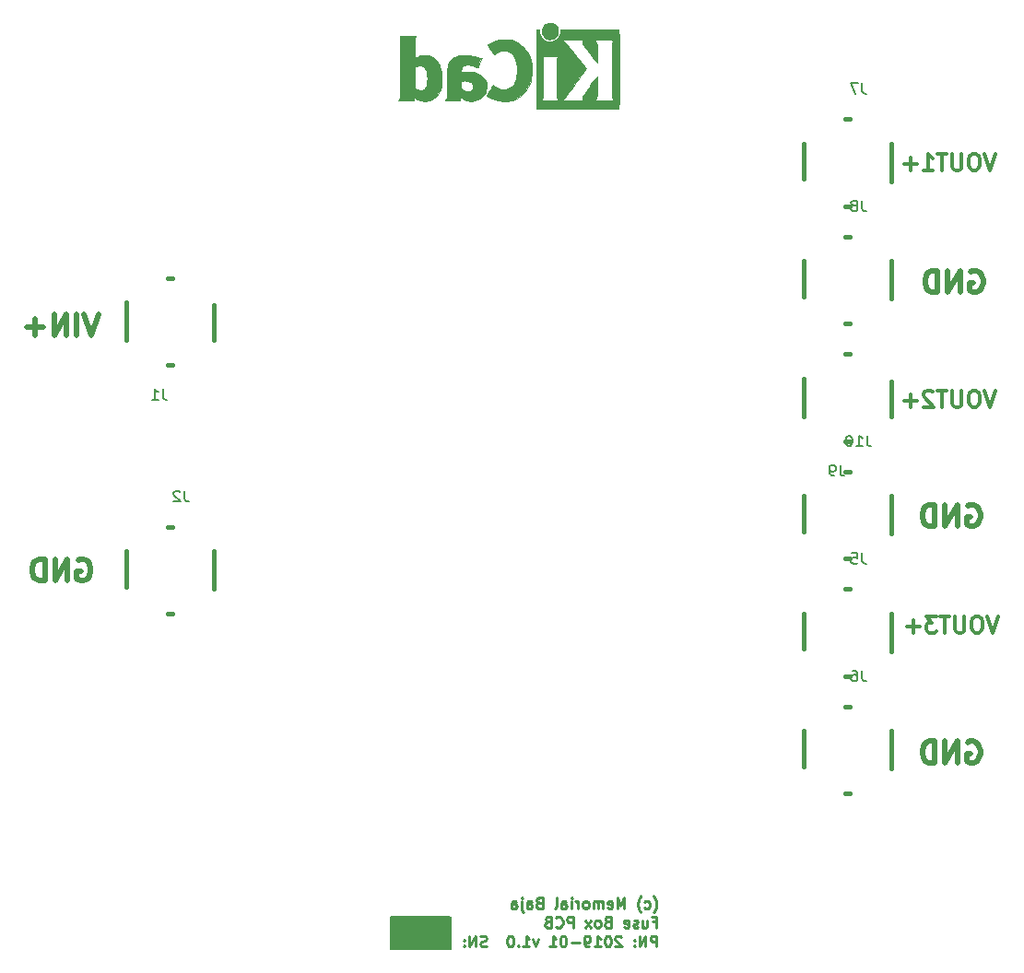
<source format=gbr>
G04 #@! TF.GenerationSoftware,KiCad,Pcbnew,(5.0.2)-1*
G04 #@! TF.CreationDate,2019-05-25T13:24:05-02:30*
G04 #@! TF.ProjectId,PowerPCB,506f7765-7250-4434-922e-6b696361645f,rev?*
G04 #@! TF.SameCoordinates,Original*
G04 #@! TF.FileFunction,Legend,Bot*
G04 #@! TF.FilePolarity,Positive*
%FSLAX46Y46*%
G04 Gerber Fmt 4.6, Leading zero omitted, Abs format (unit mm)*
G04 Created by KiCad (PCBNEW (5.0.2)-1) date 5/25/2019 1:24:05 PM*
%MOMM*%
%LPD*%
G01*
G04 APERTURE LIST*
%ADD10C,0.375000*%
%ADD11C,0.500000*%
%ADD12C,0.250000*%
%ADD13C,0.381000*%
%ADD14C,0.150000*%
%ADD15C,0.010000*%
G04 APERTURE END LIST*
D10*
X141285714Y-118678571D02*
X140785714Y-120178571D01*
X140285714Y-118678571D01*
X139500000Y-118678571D02*
X139214285Y-118678571D01*
X139071428Y-118750000D01*
X138928571Y-118892857D01*
X138857142Y-119178571D01*
X138857142Y-119678571D01*
X138928571Y-119964285D01*
X139071428Y-120107142D01*
X139214285Y-120178571D01*
X139500000Y-120178571D01*
X139642857Y-120107142D01*
X139785714Y-119964285D01*
X139857142Y-119678571D01*
X139857142Y-119178571D01*
X139785714Y-118892857D01*
X139642857Y-118750000D01*
X139500000Y-118678571D01*
X138214285Y-118678571D02*
X138214285Y-119892857D01*
X138142857Y-120035714D01*
X138071428Y-120107142D01*
X137928571Y-120178571D01*
X137642857Y-120178571D01*
X137500000Y-120107142D01*
X137428571Y-120035714D01*
X137357142Y-119892857D01*
X137357142Y-118678571D01*
X136857142Y-118678571D02*
X136000000Y-118678571D01*
X136428571Y-120178571D02*
X136428571Y-118678571D01*
X135642857Y-118678571D02*
X134714285Y-118678571D01*
X135214285Y-119250000D01*
X135000000Y-119250000D01*
X134857142Y-119321428D01*
X134785714Y-119392857D01*
X134714285Y-119535714D01*
X134714285Y-119892857D01*
X134785714Y-120035714D01*
X134857142Y-120107142D01*
X135000000Y-120178571D01*
X135428571Y-120178571D01*
X135571428Y-120107142D01*
X135642857Y-120035714D01*
X134071428Y-119607142D02*
X132928571Y-119607142D01*
X133500000Y-120178571D02*
X133500000Y-119035714D01*
X141035714Y-97928571D02*
X140535714Y-99428571D01*
X140035714Y-97928571D01*
X139250000Y-97928571D02*
X138964285Y-97928571D01*
X138821428Y-98000000D01*
X138678571Y-98142857D01*
X138607142Y-98428571D01*
X138607142Y-98928571D01*
X138678571Y-99214285D01*
X138821428Y-99357142D01*
X138964285Y-99428571D01*
X139250000Y-99428571D01*
X139392857Y-99357142D01*
X139535714Y-99214285D01*
X139607142Y-98928571D01*
X139607142Y-98428571D01*
X139535714Y-98142857D01*
X139392857Y-98000000D01*
X139250000Y-97928571D01*
X137964285Y-97928571D02*
X137964285Y-99142857D01*
X137892857Y-99285714D01*
X137821428Y-99357142D01*
X137678571Y-99428571D01*
X137392857Y-99428571D01*
X137250000Y-99357142D01*
X137178571Y-99285714D01*
X137107142Y-99142857D01*
X137107142Y-97928571D01*
X136607142Y-97928571D02*
X135750000Y-97928571D01*
X136178571Y-99428571D02*
X136178571Y-97928571D01*
X135321428Y-98071428D02*
X135250000Y-98000000D01*
X135107142Y-97928571D01*
X134750000Y-97928571D01*
X134607142Y-98000000D01*
X134535714Y-98071428D01*
X134464285Y-98214285D01*
X134464285Y-98357142D01*
X134535714Y-98571428D01*
X135392857Y-99428571D01*
X134464285Y-99428571D01*
X133821428Y-98857142D02*
X132678571Y-98857142D01*
X133250000Y-99428571D02*
X133250000Y-98285714D01*
X141035714Y-76178571D02*
X140535714Y-77678571D01*
X140035714Y-76178571D01*
X139250000Y-76178571D02*
X138964285Y-76178571D01*
X138821428Y-76250000D01*
X138678571Y-76392857D01*
X138607142Y-76678571D01*
X138607142Y-77178571D01*
X138678571Y-77464285D01*
X138821428Y-77607142D01*
X138964285Y-77678571D01*
X139250000Y-77678571D01*
X139392857Y-77607142D01*
X139535714Y-77464285D01*
X139607142Y-77178571D01*
X139607142Y-76678571D01*
X139535714Y-76392857D01*
X139392857Y-76250000D01*
X139250000Y-76178571D01*
X137964285Y-76178571D02*
X137964285Y-77392857D01*
X137892857Y-77535714D01*
X137821428Y-77607142D01*
X137678571Y-77678571D01*
X137392857Y-77678571D01*
X137250000Y-77607142D01*
X137178571Y-77535714D01*
X137107142Y-77392857D01*
X137107142Y-76178571D01*
X136607142Y-76178571D02*
X135750000Y-76178571D01*
X136178571Y-77678571D02*
X136178571Y-76178571D01*
X134464285Y-77678571D02*
X135321428Y-77678571D01*
X134892857Y-77678571D02*
X134892857Y-76178571D01*
X135035714Y-76392857D01*
X135178571Y-76535714D01*
X135321428Y-76607142D01*
X133821428Y-77107142D02*
X132678571Y-77107142D01*
X133250000Y-77678571D02*
X133250000Y-76535714D01*
D11*
X138773809Y-87000000D02*
X138964285Y-86904761D01*
X139250000Y-86904761D01*
X139535714Y-87000000D01*
X139726190Y-87190476D01*
X139821428Y-87380952D01*
X139916666Y-87761904D01*
X139916666Y-88047619D01*
X139821428Y-88428571D01*
X139726190Y-88619047D01*
X139535714Y-88809523D01*
X139250000Y-88904761D01*
X139059523Y-88904761D01*
X138773809Y-88809523D01*
X138678571Y-88714285D01*
X138678571Y-88047619D01*
X139059523Y-88047619D01*
X137821428Y-88904761D02*
X137821428Y-86904761D01*
X136678571Y-88904761D01*
X136678571Y-86904761D01*
X135726190Y-88904761D02*
X135726190Y-86904761D01*
X135250000Y-86904761D01*
X134964285Y-87000000D01*
X134773809Y-87190476D01*
X134678571Y-87380952D01*
X134583333Y-87761904D01*
X134583333Y-88047619D01*
X134678571Y-88428571D01*
X134773809Y-88619047D01*
X134964285Y-88809523D01*
X135250000Y-88904761D01*
X135726190Y-88904761D01*
X138523809Y-108500000D02*
X138714285Y-108404761D01*
X139000000Y-108404761D01*
X139285714Y-108500000D01*
X139476190Y-108690476D01*
X139571428Y-108880952D01*
X139666666Y-109261904D01*
X139666666Y-109547619D01*
X139571428Y-109928571D01*
X139476190Y-110119047D01*
X139285714Y-110309523D01*
X139000000Y-110404761D01*
X138809523Y-110404761D01*
X138523809Y-110309523D01*
X138428571Y-110214285D01*
X138428571Y-109547619D01*
X138809523Y-109547619D01*
X137571428Y-110404761D02*
X137571428Y-108404761D01*
X136428571Y-110404761D01*
X136428571Y-108404761D01*
X135476190Y-110404761D02*
X135476190Y-108404761D01*
X135000000Y-108404761D01*
X134714285Y-108500000D01*
X134523809Y-108690476D01*
X134428571Y-108880952D01*
X134333333Y-109261904D01*
X134333333Y-109547619D01*
X134428571Y-109928571D01*
X134523809Y-110119047D01*
X134714285Y-110309523D01*
X135000000Y-110404761D01*
X135476190Y-110404761D01*
X138523809Y-130250000D02*
X138714285Y-130154761D01*
X139000000Y-130154761D01*
X139285714Y-130250000D01*
X139476190Y-130440476D01*
X139571428Y-130630952D01*
X139666666Y-131011904D01*
X139666666Y-131297619D01*
X139571428Y-131678571D01*
X139476190Y-131869047D01*
X139285714Y-132059523D01*
X139000000Y-132154761D01*
X138809523Y-132154761D01*
X138523809Y-132059523D01*
X138428571Y-131964285D01*
X138428571Y-131297619D01*
X138809523Y-131297619D01*
X137571428Y-132154761D02*
X137571428Y-130154761D01*
X136428571Y-132154761D01*
X136428571Y-130154761D01*
X135476190Y-132154761D02*
X135476190Y-130154761D01*
X135000000Y-130154761D01*
X134714285Y-130250000D01*
X134523809Y-130440476D01*
X134428571Y-130630952D01*
X134333333Y-131011904D01*
X134333333Y-131297619D01*
X134428571Y-131678571D01*
X134523809Y-131869047D01*
X134714285Y-132059523D01*
X135000000Y-132154761D01*
X135476190Y-132154761D01*
X56773809Y-113500000D02*
X56964285Y-113404761D01*
X57250000Y-113404761D01*
X57535714Y-113500000D01*
X57726190Y-113690476D01*
X57821428Y-113880952D01*
X57916666Y-114261904D01*
X57916666Y-114547619D01*
X57821428Y-114928571D01*
X57726190Y-115119047D01*
X57535714Y-115309523D01*
X57250000Y-115404761D01*
X57059523Y-115404761D01*
X56773809Y-115309523D01*
X56678571Y-115214285D01*
X56678571Y-114547619D01*
X57059523Y-114547619D01*
X55821428Y-115404761D02*
X55821428Y-113404761D01*
X54678571Y-115404761D01*
X54678571Y-113404761D01*
X53726190Y-115404761D02*
X53726190Y-113404761D01*
X53250000Y-113404761D01*
X52964285Y-113500000D01*
X52773809Y-113690476D01*
X52678571Y-113880952D01*
X52583333Y-114261904D01*
X52583333Y-114547619D01*
X52678571Y-114928571D01*
X52773809Y-115119047D01*
X52964285Y-115309523D01*
X53250000Y-115404761D01*
X53726190Y-115404761D01*
X58678571Y-90904761D02*
X58011904Y-92904761D01*
X57345238Y-90904761D01*
X56678571Y-92904761D02*
X56678571Y-90904761D01*
X55726190Y-92904761D02*
X55726190Y-90904761D01*
X54583333Y-92904761D01*
X54583333Y-90904761D01*
X53630952Y-92142857D02*
X52107142Y-92142857D01*
X52869047Y-92904761D02*
X52869047Y-91380952D01*
D12*
X109638690Y-145908333D02*
X109686309Y-145860714D01*
X109781547Y-145717857D01*
X109829166Y-145622619D01*
X109876785Y-145479761D01*
X109924404Y-145241666D01*
X109924404Y-145051190D01*
X109876785Y-144813095D01*
X109829166Y-144670238D01*
X109781547Y-144575000D01*
X109686309Y-144432142D01*
X109638690Y-144384523D01*
X108829166Y-145479761D02*
X108924404Y-145527380D01*
X109114880Y-145527380D01*
X109210119Y-145479761D01*
X109257738Y-145432142D01*
X109305357Y-145336904D01*
X109305357Y-145051190D01*
X109257738Y-144955952D01*
X109210119Y-144908333D01*
X109114880Y-144860714D01*
X108924404Y-144860714D01*
X108829166Y-144908333D01*
X108495833Y-145908333D02*
X108448214Y-145860714D01*
X108352976Y-145717857D01*
X108305357Y-145622619D01*
X108257738Y-145479761D01*
X108210119Y-145241666D01*
X108210119Y-145051190D01*
X108257738Y-144813095D01*
X108305357Y-144670238D01*
X108352976Y-144575000D01*
X108448214Y-144432142D01*
X108495833Y-144384523D01*
X106972023Y-145527380D02*
X106972023Y-144527380D01*
X106638690Y-145241666D01*
X106305357Y-144527380D01*
X106305357Y-145527380D01*
X105448214Y-145479761D02*
X105543452Y-145527380D01*
X105733928Y-145527380D01*
X105829166Y-145479761D01*
X105876785Y-145384523D01*
X105876785Y-145003571D01*
X105829166Y-144908333D01*
X105733928Y-144860714D01*
X105543452Y-144860714D01*
X105448214Y-144908333D01*
X105400595Y-145003571D01*
X105400595Y-145098809D01*
X105876785Y-145194047D01*
X104972023Y-145527380D02*
X104972023Y-144860714D01*
X104972023Y-144955952D02*
X104924404Y-144908333D01*
X104829166Y-144860714D01*
X104686309Y-144860714D01*
X104591071Y-144908333D01*
X104543452Y-145003571D01*
X104543452Y-145527380D01*
X104543452Y-145003571D02*
X104495833Y-144908333D01*
X104400595Y-144860714D01*
X104257738Y-144860714D01*
X104162500Y-144908333D01*
X104114880Y-145003571D01*
X104114880Y-145527380D01*
X103495833Y-145527380D02*
X103591071Y-145479761D01*
X103638690Y-145432142D01*
X103686309Y-145336904D01*
X103686309Y-145051190D01*
X103638690Y-144955952D01*
X103591071Y-144908333D01*
X103495833Y-144860714D01*
X103352976Y-144860714D01*
X103257738Y-144908333D01*
X103210119Y-144955952D01*
X103162500Y-145051190D01*
X103162500Y-145336904D01*
X103210119Y-145432142D01*
X103257738Y-145479761D01*
X103352976Y-145527380D01*
X103495833Y-145527380D01*
X102733928Y-145527380D02*
X102733928Y-144860714D01*
X102733928Y-145051190D02*
X102686309Y-144955952D01*
X102638690Y-144908333D01*
X102543452Y-144860714D01*
X102448214Y-144860714D01*
X102114880Y-145527380D02*
X102114880Y-144860714D01*
X102114880Y-144527380D02*
X102162500Y-144575000D01*
X102114880Y-144622619D01*
X102067261Y-144575000D01*
X102114880Y-144527380D01*
X102114880Y-144622619D01*
X101210119Y-145527380D02*
X101210119Y-145003571D01*
X101257738Y-144908333D01*
X101352976Y-144860714D01*
X101543452Y-144860714D01*
X101638690Y-144908333D01*
X101210119Y-145479761D02*
X101305357Y-145527380D01*
X101543452Y-145527380D01*
X101638690Y-145479761D01*
X101686309Y-145384523D01*
X101686309Y-145289285D01*
X101638690Y-145194047D01*
X101543452Y-145146428D01*
X101305357Y-145146428D01*
X101210119Y-145098809D01*
X100591071Y-145527380D02*
X100686309Y-145479761D01*
X100733928Y-145384523D01*
X100733928Y-144527380D01*
X99114880Y-145003571D02*
X98972023Y-145051190D01*
X98924404Y-145098809D01*
X98876785Y-145194047D01*
X98876785Y-145336904D01*
X98924404Y-145432142D01*
X98972023Y-145479761D01*
X99067261Y-145527380D01*
X99448214Y-145527380D01*
X99448214Y-144527380D01*
X99114880Y-144527380D01*
X99019642Y-144575000D01*
X98972023Y-144622619D01*
X98924404Y-144717857D01*
X98924404Y-144813095D01*
X98972023Y-144908333D01*
X99019642Y-144955952D01*
X99114880Y-145003571D01*
X99448214Y-145003571D01*
X98019642Y-145527380D02*
X98019642Y-145003571D01*
X98067261Y-144908333D01*
X98162500Y-144860714D01*
X98352976Y-144860714D01*
X98448214Y-144908333D01*
X98019642Y-145479761D02*
X98114880Y-145527380D01*
X98352976Y-145527380D01*
X98448214Y-145479761D01*
X98495833Y-145384523D01*
X98495833Y-145289285D01*
X98448214Y-145194047D01*
X98352976Y-145146428D01*
X98114880Y-145146428D01*
X98019642Y-145098809D01*
X97543452Y-144860714D02*
X97543452Y-145717857D01*
X97591071Y-145813095D01*
X97686309Y-145860714D01*
X97733928Y-145860714D01*
X97543452Y-144527380D02*
X97591071Y-144575000D01*
X97543452Y-144622619D01*
X97495833Y-144575000D01*
X97543452Y-144527380D01*
X97543452Y-144622619D01*
X96638690Y-145527380D02*
X96638690Y-145003571D01*
X96686309Y-144908333D01*
X96781547Y-144860714D01*
X96972023Y-144860714D01*
X97067261Y-144908333D01*
X96638690Y-145479761D02*
X96733928Y-145527380D01*
X96972023Y-145527380D01*
X97067261Y-145479761D01*
X97114880Y-145384523D01*
X97114880Y-145289285D01*
X97067261Y-145194047D01*
X96972023Y-145146428D01*
X96733928Y-145146428D01*
X96638690Y-145098809D01*
X109591071Y-146753571D02*
X109924404Y-146753571D01*
X109924404Y-147277380D02*
X109924404Y-146277380D01*
X109448214Y-146277380D01*
X108638690Y-146610714D02*
X108638690Y-147277380D01*
X109067261Y-146610714D02*
X109067261Y-147134523D01*
X109019642Y-147229761D01*
X108924404Y-147277380D01*
X108781547Y-147277380D01*
X108686309Y-147229761D01*
X108638690Y-147182142D01*
X108210119Y-147229761D02*
X108114880Y-147277380D01*
X107924404Y-147277380D01*
X107829166Y-147229761D01*
X107781547Y-147134523D01*
X107781547Y-147086904D01*
X107829166Y-146991666D01*
X107924404Y-146944047D01*
X108067261Y-146944047D01*
X108162500Y-146896428D01*
X108210119Y-146801190D01*
X108210119Y-146753571D01*
X108162500Y-146658333D01*
X108067261Y-146610714D01*
X107924404Y-146610714D01*
X107829166Y-146658333D01*
X106972023Y-147229761D02*
X107067261Y-147277380D01*
X107257738Y-147277380D01*
X107352976Y-147229761D01*
X107400595Y-147134523D01*
X107400595Y-146753571D01*
X107352976Y-146658333D01*
X107257738Y-146610714D01*
X107067261Y-146610714D01*
X106972023Y-146658333D01*
X106924404Y-146753571D01*
X106924404Y-146848809D01*
X107400595Y-146944047D01*
X105400595Y-146753571D02*
X105257738Y-146801190D01*
X105210119Y-146848809D01*
X105162500Y-146944047D01*
X105162500Y-147086904D01*
X105210119Y-147182142D01*
X105257738Y-147229761D01*
X105352976Y-147277380D01*
X105733928Y-147277380D01*
X105733928Y-146277380D01*
X105400595Y-146277380D01*
X105305357Y-146325000D01*
X105257738Y-146372619D01*
X105210119Y-146467857D01*
X105210119Y-146563095D01*
X105257738Y-146658333D01*
X105305357Y-146705952D01*
X105400595Y-146753571D01*
X105733928Y-146753571D01*
X104591071Y-147277380D02*
X104686309Y-147229761D01*
X104733928Y-147182142D01*
X104781547Y-147086904D01*
X104781547Y-146801190D01*
X104733928Y-146705952D01*
X104686309Y-146658333D01*
X104591071Y-146610714D01*
X104448214Y-146610714D01*
X104352976Y-146658333D01*
X104305357Y-146705952D01*
X104257738Y-146801190D01*
X104257738Y-147086904D01*
X104305357Y-147182142D01*
X104352976Y-147229761D01*
X104448214Y-147277380D01*
X104591071Y-147277380D01*
X103924404Y-147277380D02*
X103400595Y-146610714D01*
X103924404Y-146610714D02*
X103400595Y-147277380D01*
X102257738Y-147277380D02*
X102257738Y-146277380D01*
X101876785Y-146277380D01*
X101781547Y-146325000D01*
X101733928Y-146372619D01*
X101686309Y-146467857D01*
X101686309Y-146610714D01*
X101733928Y-146705952D01*
X101781547Y-146753571D01*
X101876785Y-146801190D01*
X102257738Y-146801190D01*
X100686309Y-147182142D02*
X100733928Y-147229761D01*
X100876785Y-147277380D01*
X100972023Y-147277380D01*
X101114880Y-147229761D01*
X101210119Y-147134523D01*
X101257738Y-147039285D01*
X101305357Y-146848809D01*
X101305357Y-146705952D01*
X101257738Y-146515476D01*
X101210119Y-146420238D01*
X101114880Y-146325000D01*
X100972023Y-146277380D01*
X100876785Y-146277380D01*
X100733928Y-146325000D01*
X100686309Y-146372619D01*
X99924404Y-146753571D02*
X99781547Y-146801190D01*
X99733928Y-146848809D01*
X99686309Y-146944047D01*
X99686309Y-147086904D01*
X99733928Y-147182142D01*
X99781547Y-147229761D01*
X99876785Y-147277380D01*
X100257738Y-147277380D01*
X100257738Y-146277380D01*
X99924404Y-146277380D01*
X99829166Y-146325000D01*
X99781547Y-146372619D01*
X99733928Y-146467857D01*
X99733928Y-146563095D01*
X99781547Y-146658333D01*
X99829166Y-146705952D01*
X99924404Y-146753571D01*
X100257738Y-146753571D01*
X109924404Y-149027380D02*
X109924404Y-148027380D01*
X109543452Y-148027380D01*
X109448214Y-148075000D01*
X109400595Y-148122619D01*
X109352976Y-148217857D01*
X109352976Y-148360714D01*
X109400595Y-148455952D01*
X109448214Y-148503571D01*
X109543452Y-148551190D01*
X109924404Y-148551190D01*
X108924404Y-149027380D02*
X108924404Y-148027380D01*
X108352976Y-149027380D01*
X108352976Y-148027380D01*
X107876785Y-148932142D02*
X107829166Y-148979761D01*
X107876785Y-149027380D01*
X107924404Y-148979761D01*
X107876785Y-148932142D01*
X107876785Y-149027380D01*
X107876785Y-148408333D02*
X107829166Y-148455952D01*
X107876785Y-148503571D01*
X107924404Y-148455952D01*
X107876785Y-148408333D01*
X107876785Y-148503571D01*
X106686309Y-148122619D02*
X106638690Y-148075000D01*
X106543452Y-148027380D01*
X106305357Y-148027380D01*
X106210119Y-148075000D01*
X106162500Y-148122619D01*
X106114880Y-148217857D01*
X106114880Y-148313095D01*
X106162500Y-148455952D01*
X106733928Y-149027380D01*
X106114880Y-149027380D01*
X105495833Y-148027380D02*
X105400595Y-148027380D01*
X105305357Y-148075000D01*
X105257738Y-148122619D01*
X105210119Y-148217857D01*
X105162500Y-148408333D01*
X105162500Y-148646428D01*
X105210119Y-148836904D01*
X105257738Y-148932142D01*
X105305357Y-148979761D01*
X105400595Y-149027380D01*
X105495833Y-149027380D01*
X105591071Y-148979761D01*
X105638690Y-148932142D01*
X105686309Y-148836904D01*
X105733928Y-148646428D01*
X105733928Y-148408333D01*
X105686309Y-148217857D01*
X105638690Y-148122619D01*
X105591071Y-148075000D01*
X105495833Y-148027380D01*
X104210119Y-149027380D02*
X104781547Y-149027380D01*
X104495833Y-149027380D02*
X104495833Y-148027380D01*
X104591071Y-148170238D01*
X104686309Y-148265476D01*
X104781547Y-148313095D01*
X103733928Y-149027380D02*
X103543452Y-149027380D01*
X103448214Y-148979761D01*
X103400595Y-148932142D01*
X103305357Y-148789285D01*
X103257738Y-148598809D01*
X103257738Y-148217857D01*
X103305357Y-148122619D01*
X103352976Y-148075000D01*
X103448214Y-148027380D01*
X103638690Y-148027380D01*
X103733928Y-148075000D01*
X103781547Y-148122619D01*
X103829166Y-148217857D01*
X103829166Y-148455952D01*
X103781547Y-148551190D01*
X103733928Y-148598809D01*
X103638690Y-148646428D01*
X103448214Y-148646428D01*
X103352976Y-148598809D01*
X103305357Y-148551190D01*
X103257738Y-148455952D01*
X102829166Y-148646428D02*
X102067261Y-148646428D01*
X101400595Y-148027380D02*
X101305357Y-148027380D01*
X101210119Y-148075000D01*
X101162500Y-148122619D01*
X101114880Y-148217857D01*
X101067261Y-148408333D01*
X101067261Y-148646428D01*
X101114880Y-148836904D01*
X101162500Y-148932142D01*
X101210119Y-148979761D01*
X101305357Y-149027380D01*
X101400595Y-149027380D01*
X101495833Y-148979761D01*
X101543452Y-148932142D01*
X101591071Y-148836904D01*
X101638690Y-148646428D01*
X101638690Y-148408333D01*
X101591071Y-148217857D01*
X101543452Y-148122619D01*
X101495833Y-148075000D01*
X101400595Y-148027380D01*
X100114880Y-149027380D02*
X100686309Y-149027380D01*
X100400595Y-149027380D02*
X100400595Y-148027380D01*
X100495833Y-148170238D01*
X100591071Y-148265476D01*
X100686309Y-148313095D01*
X99019642Y-148360714D02*
X98781547Y-149027380D01*
X98543452Y-148360714D01*
X97638690Y-149027380D02*
X98210119Y-149027380D01*
X97924404Y-149027380D02*
X97924404Y-148027380D01*
X98019642Y-148170238D01*
X98114880Y-148265476D01*
X98210119Y-148313095D01*
X97210119Y-148932142D02*
X97162500Y-148979761D01*
X97210119Y-149027380D01*
X97257738Y-148979761D01*
X97210119Y-148932142D01*
X97210119Y-149027380D01*
X96543452Y-148027380D02*
X96448214Y-148027380D01*
X96352976Y-148075000D01*
X96305357Y-148122619D01*
X96257738Y-148217857D01*
X96210119Y-148408333D01*
X96210119Y-148646428D01*
X96257738Y-148836904D01*
X96305357Y-148932142D01*
X96352976Y-148979761D01*
X96448214Y-149027380D01*
X96543452Y-149027380D01*
X96638690Y-148979761D01*
X96686309Y-148932142D01*
X96733928Y-148836904D01*
X96781547Y-148646428D01*
X96781547Y-148408333D01*
X96733928Y-148217857D01*
X96686309Y-148122619D01*
X96638690Y-148075000D01*
X96543452Y-148027380D01*
X94305357Y-148979761D02*
X94162500Y-149027380D01*
X93924404Y-149027380D01*
X93829166Y-148979761D01*
X93781547Y-148932142D01*
X93733928Y-148836904D01*
X93733928Y-148741666D01*
X93781547Y-148646428D01*
X93829166Y-148598809D01*
X93924404Y-148551190D01*
X94114880Y-148503571D01*
X94210119Y-148455952D01*
X94257738Y-148408333D01*
X94305357Y-148313095D01*
X94305357Y-148217857D01*
X94257738Y-148122619D01*
X94210119Y-148075000D01*
X94114880Y-148027380D01*
X93876785Y-148027380D01*
X93733928Y-148075000D01*
X93305357Y-149027380D02*
X93305357Y-148027380D01*
X92733928Y-149027380D01*
X92733928Y-148027380D01*
X92257738Y-148932142D02*
X92210119Y-148979761D01*
X92257738Y-149027380D01*
X92305357Y-148979761D01*
X92257738Y-148932142D01*
X92257738Y-149027380D01*
X92257738Y-148408333D02*
X92210119Y-148455952D01*
X92257738Y-148503571D01*
X92305357Y-148455952D01*
X92257738Y-148408333D01*
X92257738Y-148503571D01*
D13*
G04 #@! TO.C,J1*
X65490000Y-87580000D02*
X64990000Y-87580000D01*
X69240000Y-93330000D02*
X69240000Y-90080000D01*
X64990000Y-95580000D02*
X65490000Y-95580000D01*
X61240000Y-89830000D02*
X61240000Y-93330000D01*
G04 #@! TO.C,J2*
X69240000Y-116190000D02*
X69240000Y-112690000D01*
X65490000Y-110440000D02*
X64990000Y-110440000D01*
X61240000Y-112690000D02*
X61240000Y-115940000D01*
X64990000Y-118440000D02*
X65490000Y-118440000D01*
G04 #@! TO.C,J5*
X131470000Y-121905000D02*
X131470000Y-118405000D01*
X127720000Y-116155000D02*
X127220000Y-116155000D01*
X123470000Y-118405000D02*
X123470000Y-121655000D01*
X127220000Y-124155000D02*
X127720000Y-124155000D01*
G04 #@! TO.C,J7*
X127220000Y-80975000D02*
X127720000Y-80975000D01*
X123470000Y-75225000D02*
X123470000Y-78475000D01*
X127720000Y-72975000D02*
X127220000Y-72975000D01*
X131470000Y-78725000D02*
X131470000Y-75225000D01*
G04 #@! TO.C,J8*
X127220000Y-91770000D02*
X127720000Y-91770000D01*
X123470000Y-86020000D02*
X123470000Y-89270000D01*
X127720000Y-83770000D02*
X127220000Y-83770000D01*
X131470000Y-89520000D02*
X131470000Y-86020000D01*
G04 #@! TO.C,J9*
X127720000Y-94565000D02*
X127220000Y-94565000D01*
X131470000Y-100315000D02*
X131470000Y-97065000D01*
X127220000Y-102565000D02*
X127720000Y-102565000D01*
X123470000Y-96815000D02*
X123470000Y-100315000D01*
G04 #@! TO.C,J10*
X127220000Y-113360000D02*
X127720000Y-113360000D01*
X123470000Y-107610000D02*
X123470000Y-110860000D01*
X127720000Y-105360000D02*
X127220000Y-105360000D01*
X131470000Y-111110000D02*
X131470000Y-107610000D01*
D14*
G04 #@! TO.C,logo2*
X85550000Y-146250000D02*
X90950000Y-146250000D01*
X90950000Y-146350000D02*
X85550000Y-146350000D01*
X85550000Y-146450000D02*
X90950000Y-146450000D01*
X90950000Y-146550000D02*
X85550000Y-146550000D01*
X85550000Y-146650000D02*
X90950000Y-146650000D01*
X90950000Y-146750000D02*
X85550000Y-146750000D01*
X85550000Y-146850000D02*
X90950000Y-146850000D01*
X90950000Y-146950000D02*
X85550000Y-146950000D01*
X85550000Y-147050000D02*
X90950000Y-147050000D01*
X90950000Y-147150000D02*
X85550000Y-147150000D01*
X85550000Y-147250000D02*
X90950000Y-147250000D01*
X90950000Y-147350000D02*
X85550000Y-147350000D01*
X85550000Y-147450000D02*
X90950000Y-147450000D01*
X90950000Y-147550000D02*
X85550000Y-147550000D01*
X85550000Y-147650000D02*
X90950000Y-147650000D01*
X90950000Y-147750000D02*
X85550000Y-147750000D01*
X85550000Y-147850000D02*
X90950000Y-147850000D01*
X90950000Y-147950000D02*
X85550000Y-147950000D01*
X85550000Y-148050000D02*
X90950000Y-148050000D01*
X90950000Y-148150000D02*
X85550000Y-148150000D01*
X85550000Y-148250000D02*
X90950000Y-148250000D01*
X90950000Y-148350000D02*
X85550000Y-148350000D01*
X85550000Y-148450000D02*
X90950000Y-148450000D01*
X90950000Y-148550000D02*
X85550000Y-148550000D01*
X85550000Y-148650000D02*
X90950000Y-148650000D01*
X90950000Y-148750000D02*
X85550000Y-148750000D01*
X85550000Y-148850000D02*
X90950000Y-148850000D01*
X90950000Y-148950000D02*
X85550000Y-148950000D01*
X85550000Y-149050000D02*
X90950000Y-149050000D01*
X90950000Y-149150000D02*
X85550000Y-149150000D01*
X85550000Y-149250000D02*
X90950000Y-149250000D01*
X85500000Y-149250000D02*
X85500000Y-146250000D01*
X91000000Y-149250000D02*
X91000000Y-146250000D01*
D15*
G04 #@! TO.C,logo3*
G36*
X99957318Y-64168933D02*
X99821071Y-64216172D01*
X99694221Y-64290527D01*
X99580933Y-64391987D01*
X99485372Y-64520543D01*
X99442446Y-64601572D01*
X99405295Y-64714908D01*
X99387288Y-64845751D01*
X99389283Y-64980265D01*
X99411423Y-65102158D01*
X99471936Y-65251107D01*
X99559686Y-65380309D01*
X99670212Y-65487223D01*
X99799054Y-65569306D01*
X99941753Y-65624016D01*
X100093849Y-65648810D01*
X100250881Y-65641147D01*
X100328286Y-65624772D01*
X100479141Y-65566089D01*
X100613125Y-65476543D01*
X100727006Y-65358893D01*
X100817552Y-65215902D01*
X100825212Y-65200286D01*
X100851694Y-65141686D01*
X100868322Y-65092334D01*
X100877350Y-65040270D01*
X100881032Y-64973539D01*
X100881643Y-64900929D01*
X100880633Y-64813691D01*
X100876072Y-64750624D01*
X100865666Y-64699636D01*
X100847121Y-64648633D01*
X100824230Y-64598313D01*
X100738846Y-64455470D01*
X100633699Y-64339810D01*
X100512955Y-64251325D01*
X100380779Y-64190005D01*
X100241337Y-64155839D01*
X100098795Y-64148818D01*
X99957318Y-64168933D01*
X99957318Y-64168933D01*
G37*
X99957318Y-64168933D02*
X99821071Y-64216172D01*
X99694221Y-64290527D01*
X99580933Y-64391987D01*
X99485372Y-64520543D01*
X99442446Y-64601572D01*
X99405295Y-64714908D01*
X99387288Y-64845751D01*
X99389283Y-64980265D01*
X99411423Y-65102158D01*
X99471936Y-65251107D01*
X99559686Y-65380309D01*
X99670212Y-65487223D01*
X99799054Y-65569306D01*
X99941753Y-65624016D01*
X100093849Y-65648810D01*
X100250881Y-65641147D01*
X100328286Y-65624772D01*
X100479141Y-65566089D01*
X100613125Y-65476543D01*
X100727006Y-65358893D01*
X100817552Y-65215902D01*
X100825212Y-65200286D01*
X100851694Y-65141686D01*
X100868322Y-65092334D01*
X100877350Y-65040270D01*
X100881032Y-64973539D01*
X100881643Y-64900929D01*
X100880633Y-64813691D01*
X100876072Y-64750624D01*
X100865666Y-64699636D01*
X100847121Y-64648633D01*
X100824230Y-64598313D01*
X100738846Y-64455470D01*
X100633699Y-64339810D01*
X100512955Y-64251325D01*
X100380779Y-64190005D01*
X100241337Y-64155839D01*
X100098795Y-64148818D01*
X99957318Y-64168933D01*
G36*
X87313429Y-65385089D02*
X87159124Y-65385723D01*
X87106679Y-65386042D01*
X86385500Y-65390786D01*
X86376429Y-68157572D01*
X86375231Y-68532756D01*
X86374168Y-68873417D01*
X86373173Y-69181318D01*
X86372177Y-69458221D01*
X86371112Y-69705888D01*
X86369909Y-69926081D01*
X86368501Y-70120562D01*
X86366818Y-70291094D01*
X86364794Y-70439440D01*
X86362359Y-70567361D01*
X86359446Y-70676620D01*
X86355985Y-70768979D01*
X86351910Y-70846200D01*
X86347151Y-70910046D01*
X86341640Y-70962278D01*
X86335309Y-71004660D01*
X86328090Y-71038953D01*
X86319915Y-71066920D01*
X86310715Y-71090324D01*
X86300423Y-71110925D01*
X86288969Y-71130487D01*
X86276285Y-71150772D01*
X86262305Y-71173543D01*
X86259439Y-71178393D01*
X86211360Y-71260433D01*
X87601072Y-71250929D01*
X87610143Y-71098295D01*
X87615082Y-71025045D01*
X87620229Y-70982696D01*
X87627214Y-70965892D01*
X87637663Y-70969277D01*
X87646429Y-70978960D01*
X87684612Y-71014229D01*
X87746845Y-71059563D01*
X87824359Y-71109546D01*
X87908387Y-71158761D01*
X87990161Y-71201791D01*
X88052948Y-71230101D01*
X88200046Y-71276624D01*
X88368820Y-71309579D01*
X88546809Y-71327707D01*
X88721553Y-71329750D01*
X88880593Y-71314447D01*
X88883212Y-71314009D01*
X89100832Y-71259402D01*
X89304545Y-71172401D01*
X89492387Y-71054876D01*
X89662393Y-70908697D01*
X89812598Y-70735734D01*
X89941036Y-70537857D01*
X90045743Y-70316936D01*
X90102754Y-70153286D01*
X90140349Y-70016375D01*
X90168229Y-69883798D01*
X90187247Y-69747502D01*
X90198255Y-69599433D01*
X90202105Y-69431537D01*
X90200400Y-69294440D01*
X88861641Y-69294440D01*
X88855306Y-69524329D01*
X88835321Y-69722111D01*
X88801073Y-69889539D01*
X88751945Y-70028369D01*
X88687324Y-70140358D01*
X88606595Y-70227259D01*
X88513409Y-70288692D01*
X88464920Y-70311626D01*
X88422866Y-70325375D01*
X88375980Y-70331666D01*
X88312996Y-70332222D01*
X88245143Y-70329773D01*
X88111705Y-70318004D01*
X88006168Y-70294955D01*
X87973000Y-70283410D01*
X87897265Y-70249311D01*
X87817386Y-70206491D01*
X87782500Y-70185057D01*
X87691786Y-70125556D01*
X87691786Y-68239584D01*
X87791572Y-68179771D01*
X87930733Y-68112185D01*
X88072913Y-68072214D01*
X88212910Y-68059622D01*
X88345526Y-68074173D01*
X88465560Y-68115632D01*
X88567812Y-68183763D01*
X88600805Y-68216466D01*
X88680333Y-68323619D01*
X88744701Y-68453327D01*
X88794447Y-68607814D01*
X88830109Y-68789302D01*
X88852225Y-69000015D01*
X88861333Y-69242175D01*
X88861641Y-69294440D01*
X90200400Y-69294440D01*
X90199690Y-69237374D01*
X90184395Y-68938713D01*
X90153642Y-68669325D01*
X90106619Y-68425285D01*
X90042518Y-68202670D01*
X89960528Y-67997556D01*
X89931270Y-67936746D01*
X89813419Y-67738440D01*
X89671004Y-67562212D01*
X89507371Y-67410908D01*
X89325869Y-67287371D01*
X89129847Y-67194447D01*
X89012345Y-67156115D01*
X88896946Y-67133359D01*
X88758093Y-67119820D01*
X88607426Y-67115492D01*
X88456587Y-67120368D01*
X88317215Y-67134444D01*
X88205309Y-67156525D01*
X88072116Y-67199828D01*
X87943021Y-67255511D01*
X87830072Y-67317936D01*
X87769957Y-67360303D01*
X87728490Y-67391807D01*
X87699455Y-67410990D01*
X87692850Y-67413714D01*
X87690802Y-67396163D01*
X87688893Y-67345875D01*
X87687164Y-67266400D01*
X87685659Y-67161286D01*
X87684419Y-67034083D01*
X87683487Y-66888339D01*
X87682905Y-66727603D01*
X87682714Y-66563884D01*
X87682821Y-66354188D01*
X87683342Y-66177396D01*
X87684584Y-66030126D01*
X87686852Y-65908997D01*
X87690450Y-65810627D01*
X87695683Y-65731634D01*
X87702856Y-65668638D01*
X87712274Y-65618255D01*
X87724242Y-65577105D01*
X87739065Y-65541806D01*
X87757048Y-65508977D01*
X87778495Y-65475235D01*
X87781255Y-65471057D01*
X87808917Y-65427356D01*
X87825618Y-65397305D01*
X87827857Y-65390967D01*
X87810357Y-65388967D01*
X87760426Y-65387340D01*
X87681915Y-65386112D01*
X87578677Y-65385311D01*
X87454564Y-65384961D01*
X87313429Y-65385089D01*
X87313429Y-65385089D01*
G37*
X87313429Y-65385089D02*
X87159124Y-65385723D01*
X87106679Y-65386042D01*
X86385500Y-65390786D01*
X86376429Y-68157572D01*
X86375231Y-68532756D01*
X86374168Y-68873417D01*
X86373173Y-69181318D01*
X86372177Y-69458221D01*
X86371112Y-69705888D01*
X86369909Y-69926081D01*
X86368501Y-70120562D01*
X86366818Y-70291094D01*
X86364794Y-70439440D01*
X86362359Y-70567361D01*
X86359446Y-70676620D01*
X86355985Y-70768979D01*
X86351910Y-70846200D01*
X86347151Y-70910046D01*
X86341640Y-70962278D01*
X86335309Y-71004660D01*
X86328090Y-71038953D01*
X86319915Y-71066920D01*
X86310715Y-71090324D01*
X86300423Y-71110925D01*
X86288969Y-71130487D01*
X86276285Y-71150772D01*
X86262305Y-71173543D01*
X86259439Y-71178393D01*
X86211360Y-71260433D01*
X87601072Y-71250929D01*
X87610143Y-71098295D01*
X87615082Y-71025045D01*
X87620229Y-70982696D01*
X87627214Y-70965892D01*
X87637663Y-70969277D01*
X87646429Y-70978960D01*
X87684612Y-71014229D01*
X87746845Y-71059563D01*
X87824359Y-71109546D01*
X87908387Y-71158761D01*
X87990161Y-71201791D01*
X88052948Y-71230101D01*
X88200046Y-71276624D01*
X88368820Y-71309579D01*
X88546809Y-71327707D01*
X88721553Y-71329750D01*
X88880593Y-71314447D01*
X88883212Y-71314009D01*
X89100832Y-71259402D01*
X89304545Y-71172401D01*
X89492387Y-71054876D01*
X89662393Y-70908697D01*
X89812598Y-70735734D01*
X89941036Y-70537857D01*
X90045743Y-70316936D01*
X90102754Y-70153286D01*
X90140349Y-70016375D01*
X90168229Y-69883798D01*
X90187247Y-69747502D01*
X90198255Y-69599433D01*
X90202105Y-69431537D01*
X90200400Y-69294440D01*
X88861641Y-69294440D01*
X88855306Y-69524329D01*
X88835321Y-69722111D01*
X88801073Y-69889539D01*
X88751945Y-70028369D01*
X88687324Y-70140358D01*
X88606595Y-70227259D01*
X88513409Y-70288692D01*
X88464920Y-70311626D01*
X88422866Y-70325375D01*
X88375980Y-70331666D01*
X88312996Y-70332222D01*
X88245143Y-70329773D01*
X88111705Y-70318004D01*
X88006168Y-70294955D01*
X87973000Y-70283410D01*
X87897265Y-70249311D01*
X87817386Y-70206491D01*
X87782500Y-70185057D01*
X87691786Y-70125556D01*
X87691786Y-68239584D01*
X87791572Y-68179771D01*
X87930733Y-68112185D01*
X88072913Y-68072214D01*
X88212910Y-68059622D01*
X88345526Y-68074173D01*
X88465560Y-68115632D01*
X88567812Y-68183763D01*
X88600805Y-68216466D01*
X88680333Y-68323619D01*
X88744701Y-68453327D01*
X88794447Y-68607814D01*
X88830109Y-68789302D01*
X88852225Y-69000015D01*
X88861333Y-69242175D01*
X88861641Y-69294440D01*
X90200400Y-69294440D01*
X90199690Y-69237374D01*
X90184395Y-68938713D01*
X90153642Y-68669325D01*
X90106619Y-68425285D01*
X90042518Y-68202670D01*
X89960528Y-67997556D01*
X89931270Y-67936746D01*
X89813419Y-67738440D01*
X89671004Y-67562212D01*
X89507371Y-67410908D01*
X89325869Y-67287371D01*
X89129847Y-67194447D01*
X89012345Y-67156115D01*
X88896946Y-67133359D01*
X88758093Y-67119820D01*
X88607426Y-67115492D01*
X88456587Y-67120368D01*
X88317215Y-67134444D01*
X88205309Y-67156525D01*
X88072116Y-67199828D01*
X87943021Y-67255511D01*
X87830072Y-67317936D01*
X87769957Y-67360303D01*
X87728490Y-67391807D01*
X87699455Y-67410990D01*
X87692850Y-67413714D01*
X87690802Y-67396163D01*
X87688893Y-67345875D01*
X87687164Y-67266400D01*
X87685659Y-67161286D01*
X87684419Y-67034083D01*
X87683487Y-66888339D01*
X87682905Y-66727603D01*
X87682714Y-66563884D01*
X87682821Y-66354188D01*
X87683342Y-66177396D01*
X87684584Y-66030126D01*
X87686852Y-65908997D01*
X87690450Y-65810627D01*
X87695683Y-65731634D01*
X87702856Y-65668638D01*
X87712274Y-65618255D01*
X87724242Y-65577105D01*
X87739065Y-65541806D01*
X87757048Y-65508977D01*
X87778495Y-65475235D01*
X87781255Y-65471057D01*
X87808917Y-65427356D01*
X87825618Y-65397305D01*
X87827857Y-65390967D01*
X87810357Y-65388967D01*
X87760426Y-65387340D01*
X87681915Y-65386112D01*
X87578677Y-65385311D01*
X87454564Y-65384961D01*
X87313429Y-65385089D01*
G36*
X92169368Y-67112730D02*
X92079477Y-67119535D01*
X91822285Y-67153753D01*
X91594515Y-67208331D01*
X91395057Y-67284020D01*
X91222803Y-67381570D01*
X91076641Y-67501732D01*
X90955464Y-67645258D01*
X90858161Y-67812898D01*
X90787109Y-67994286D01*
X90769073Y-68052146D01*
X90753368Y-68106329D01*
X90739808Y-68159752D01*
X90728208Y-68215333D01*
X90718383Y-68275988D01*
X90710147Y-68344635D01*
X90703316Y-68424190D01*
X90697705Y-68517572D01*
X90693128Y-68627696D01*
X90689400Y-68757481D01*
X90686335Y-68909842D01*
X90683750Y-69087698D01*
X90681458Y-69293965D01*
X90679275Y-69531561D01*
X90677714Y-69717857D01*
X90667215Y-70996929D01*
X90599179Y-71120018D01*
X90566962Y-71179317D01*
X90542988Y-71225377D01*
X90531550Y-71249893D01*
X90531143Y-71251553D01*
X90548625Y-71253454D01*
X90598426Y-71255205D01*
X90676579Y-71256758D01*
X90779118Y-71258062D01*
X90902078Y-71259070D01*
X91041490Y-71259731D01*
X91193389Y-71259997D01*
X91211500Y-71260000D01*
X91891857Y-71260000D01*
X91891857Y-71105786D01*
X91893018Y-71036094D01*
X91896113Y-70982794D01*
X91900568Y-70954217D01*
X91902537Y-70951572D01*
X91920545Y-70962653D01*
X91957607Y-70991736D01*
X92005778Y-71032579D01*
X92006859Y-71033524D01*
X92094765Y-71098971D01*
X92205783Y-71164688D01*
X92327369Y-71224219D01*
X92446979Y-71271109D01*
X92499643Y-71287133D01*
X92604449Y-71307485D01*
X92733050Y-71320472D01*
X92873675Y-71325909D01*
X93014552Y-71323611D01*
X93143907Y-71313392D01*
X93234429Y-71298689D01*
X93456420Y-71233499D01*
X93656271Y-71140594D01*
X93832681Y-71021126D01*
X93984350Y-70876247D01*
X94109976Y-70707110D01*
X94208259Y-70514867D01*
X94250659Y-70398214D01*
X94277232Y-70284833D01*
X94294842Y-70148722D01*
X94302990Y-70002437D01*
X94302722Y-69981151D01*
X93075679Y-69981151D01*
X93065504Y-70089850D01*
X93031622Y-70180185D01*
X92969000Y-70263995D01*
X92944948Y-70288571D01*
X92859449Y-70355011D01*
X92760627Y-70397574D01*
X92642232Y-70418177D01*
X92517555Y-70419694D01*
X92399302Y-70409677D01*
X92308761Y-70390085D01*
X92269440Y-70375370D01*
X92198568Y-70335265D01*
X92123475Y-70278863D01*
X92054962Y-70215561D01*
X92003828Y-70154755D01*
X91990250Y-70132449D01*
X91979695Y-70101212D01*
X91972190Y-70051507D01*
X91967387Y-69978587D01*
X91964935Y-69877703D01*
X91964429Y-69781689D01*
X91964772Y-69669750D01*
X91966157Y-69588809D01*
X91969119Y-69533585D01*
X91974192Y-69498794D01*
X91981910Y-69479154D01*
X91992808Y-69469380D01*
X91996179Y-69467824D01*
X92025471Y-69463029D01*
X92083244Y-69459108D01*
X92161696Y-69456414D01*
X92253026Y-69455299D01*
X92272857Y-69455298D01*
X92394937Y-69457246D01*
X92489251Y-69463041D01*
X92564193Y-69473475D01*
X92626097Y-69488714D01*
X92779651Y-69546784D01*
X92900068Y-69618179D01*
X92988390Y-69704039D01*
X93045661Y-69805507D01*
X93072922Y-69923725D01*
X93075679Y-69981151D01*
X94302722Y-69981151D01*
X94301177Y-69858533D01*
X94288904Y-69729565D01*
X94279330Y-69677460D01*
X94218199Y-69483997D01*
X94125243Y-69305993D01*
X94002217Y-69145155D01*
X93850876Y-69003190D01*
X93672975Y-68881806D01*
X93470268Y-68782709D01*
X93297929Y-68722533D01*
X93182747Y-68690919D01*
X93072577Y-68666354D01*
X92960281Y-68648039D01*
X92838725Y-68635178D01*
X92700771Y-68626972D01*
X92539285Y-68622624D01*
X92393285Y-68621400D01*
X91960355Y-68620215D01*
X91968649Y-68490080D01*
X91992199Y-68348883D01*
X92042297Y-68227518D01*
X92116809Y-68129017D01*
X92213601Y-68056409D01*
X92298829Y-68020979D01*
X92420944Y-67998650D01*
X92566317Y-67995443D01*
X92728133Y-68010177D01*
X92899578Y-68041670D01*
X93073837Y-68088740D01*
X93244096Y-68150203D01*
X93367824Y-68206417D01*
X93427353Y-68235283D01*
X93472758Y-68255443D01*
X93495850Y-68263310D01*
X93497103Y-68263058D01*
X93505071Y-68245437D01*
X93524969Y-68198733D01*
X93554923Y-68127418D01*
X93593061Y-68035969D01*
X93637512Y-67928859D01*
X93682695Y-67819549D01*
X93863333Y-67381740D01*
X93734845Y-67360636D01*
X93679154Y-67350047D01*
X93595436Y-67332263D01*
X93490861Y-67308898D01*
X93372601Y-67281565D01*
X93247828Y-67251881D01*
X93198143Y-67239818D01*
X92983193Y-67189962D01*
X92795005Y-67152584D01*
X92626554Y-67126927D01*
X92470814Y-67112235D01*
X92320760Y-67107755D01*
X92169368Y-67112730D01*
X92169368Y-67112730D01*
G37*
X92169368Y-67112730D02*
X92079477Y-67119535D01*
X91822285Y-67153753D01*
X91594515Y-67208331D01*
X91395057Y-67284020D01*
X91222803Y-67381570D01*
X91076641Y-67501732D01*
X90955464Y-67645258D01*
X90858161Y-67812898D01*
X90787109Y-67994286D01*
X90769073Y-68052146D01*
X90753368Y-68106329D01*
X90739808Y-68159752D01*
X90728208Y-68215333D01*
X90718383Y-68275988D01*
X90710147Y-68344635D01*
X90703316Y-68424190D01*
X90697705Y-68517572D01*
X90693128Y-68627696D01*
X90689400Y-68757481D01*
X90686335Y-68909842D01*
X90683750Y-69087698D01*
X90681458Y-69293965D01*
X90679275Y-69531561D01*
X90677714Y-69717857D01*
X90667215Y-70996929D01*
X90599179Y-71120018D01*
X90566962Y-71179317D01*
X90542988Y-71225377D01*
X90531550Y-71249893D01*
X90531143Y-71251553D01*
X90548625Y-71253454D01*
X90598426Y-71255205D01*
X90676579Y-71256758D01*
X90779118Y-71258062D01*
X90902078Y-71259070D01*
X91041490Y-71259731D01*
X91193389Y-71259997D01*
X91211500Y-71260000D01*
X91891857Y-71260000D01*
X91891857Y-71105786D01*
X91893018Y-71036094D01*
X91896113Y-70982794D01*
X91900568Y-70954217D01*
X91902537Y-70951572D01*
X91920545Y-70962653D01*
X91957607Y-70991736D01*
X92005778Y-71032579D01*
X92006859Y-71033524D01*
X92094765Y-71098971D01*
X92205783Y-71164688D01*
X92327369Y-71224219D01*
X92446979Y-71271109D01*
X92499643Y-71287133D01*
X92604449Y-71307485D01*
X92733050Y-71320472D01*
X92873675Y-71325909D01*
X93014552Y-71323611D01*
X93143907Y-71313392D01*
X93234429Y-71298689D01*
X93456420Y-71233499D01*
X93656271Y-71140594D01*
X93832681Y-71021126D01*
X93984350Y-70876247D01*
X94109976Y-70707110D01*
X94208259Y-70514867D01*
X94250659Y-70398214D01*
X94277232Y-70284833D01*
X94294842Y-70148722D01*
X94302990Y-70002437D01*
X94302722Y-69981151D01*
X93075679Y-69981151D01*
X93065504Y-70089850D01*
X93031622Y-70180185D01*
X92969000Y-70263995D01*
X92944948Y-70288571D01*
X92859449Y-70355011D01*
X92760627Y-70397574D01*
X92642232Y-70418177D01*
X92517555Y-70419694D01*
X92399302Y-70409677D01*
X92308761Y-70390085D01*
X92269440Y-70375370D01*
X92198568Y-70335265D01*
X92123475Y-70278863D01*
X92054962Y-70215561D01*
X92003828Y-70154755D01*
X91990250Y-70132449D01*
X91979695Y-70101212D01*
X91972190Y-70051507D01*
X91967387Y-69978587D01*
X91964935Y-69877703D01*
X91964429Y-69781689D01*
X91964772Y-69669750D01*
X91966157Y-69588809D01*
X91969119Y-69533585D01*
X91974192Y-69498794D01*
X91981910Y-69479154D01*
X91992808Y-69469380D01*
X91996179Y-69467824D01*
X92025471Y-69463029D01*
X92083244Y-69459108D01*
X92161696Y-69456414D01*
X92253026Y-69455299D01*
X92272857Y-69455298D01*
X92394937Y-69457246D01*
X92489251Y-69463041D01*
X92564193Y-69473475D01*
X92626097Y-69488714D01*
X92779651Y-69546784D01*
X92900068Y-69618179D01*
X92988390Y-69704039D01*
X93045661Y-69805507D01*
X93072922Y-69923725D01*
X93075679Y-69981151D01*
X94302722Y-69981151D01*
X94301177Y-69858533D01*
X94288904Y-69729565D01*
X94279330Y-69677460D01*
X94218199Y-69483997D01*
X94125243Y-69305993D01*
X94002217Y-69145155D01*
X93850876Y-69003190D01*
X93672975Y-68881806D01*
X93470268Y-68782709D01*
X93297929Y-68722533D01*
X93182747Y-68690919D01*
X93072577Y-68666354D01*
X92960281Y-68648039D01*
X92838725Y-68635178D01*
X92700771Y-68626972D01*
X92539285Y-68622624D01*
X92393285Y-68621400D01*
X91960355Y-68620215D01*
X91968649Y-68490080D01*
X91992199Y-68348883D01*
X92042297Y-68227518D01*
X92116809Y-68129017D01*
X92213601Y-68056409D01*
X92298829Y-68020979D01*
X92420944Y-67998650D01*
X92566317Y-67995443D01*
X92728133Y-68010177D01*
X92899578Y-68041670D01*
X93073837Y-68088740D01*
X93244096Y-68150203D01*
X93367824Y-68206417D01*
X93427353Y-68235283D01*
X93472758Y-68255443D01*
X93495850Y-68263310D01*
X93497103Y-68263058D01*
X93505071Y-68245437D01*
X93524969Y-68198733D01*
X93554923Y-68127418D01*
X93593061Y-68035969D01*
X93637512Y-67928859D01*
X93682695Y-67819549D01*
X93863333Y-67381740D01*
X93734845Y-67360636D01*
X93679154Y-67350047D01*
X93595436Y-67332263D01*
X93490861Y-67308898D01*
X93372601Y-67281565D01*
X93247828Y-67251881D01*
X93198143Y-67239818D01*
X92983193Y-67189962D01*
X92795005Y-67152584D01*
X92626554Y-67126927D01*
X92470814Y-67112235D01*
X92320760Y-67107755D01*
X92169368Y-67112730D01*
G36*
X95773622Y-65654231D02*
X95577981Y-65675649D01*
X95388438Y-65713985D01*
X95197283Y-65771238D01*
X94996804Y-65849409D01*
X94779292Y-65950496D01*
X94740120Y-65970076D01*
X94650228Y-66014362D01*
X94565447Y-66054239D01*
X94494145Y-66085898D01*
X94444690Y-66105532D01*
X94437092Y-66108004D01*
X94364286Y-66129817D01*
X94690197Y-66603944D01*
X94769877Y-66719823D01*
X94842728Y-66825694D01*
X94906270Y-66917962D01*
X94958028Y-66993033D01*
X94995523Y-67047313D01*
X95016277Y-67077207D01*
X95019649Y-67081941D01*
X95033345Y-67072042D01*
X95067057Y-67042285D01*
X95114756Y-66998073D01*
X95141080Y-66973084D01*
X95290228Y-66854456D01*
X95457732Y-66764313D01*
X95602072Y-66714936D01*
X95688717Y-66699429D01*
X95797204Y-66689979D01*
X95914773Y-66686761D01*
X96028666Y-66689951D01*
X96126121Y-66699724D01*
X96165010Y-66707209D01*
X96340288Y-66767512D01*
X96498235Y-66859590D01*
X96638732Y-66983273D01*
X96761665Y-67138393D01*
X96866915Y-67324781D01*
X96954365Y-67542270D01*
X97023900Y-67790692D01*
X97065225Y-68003357D01*
X97076006Y-68097241D01*
X97083352Y-68218524D01*
X97087333Y-68358493D01*
X97088021Y-68508431D01*
X97085486Y-68659622D01*
X97079800Y-68803351D01*
X97071033Y-68930903D01*
X97059256Y-69033562D01*
X97056707Y-69049401D01*
X97000519Y-69304536D01*
X96923964Y-69530342D01*
X96826574Y-69727831D01*
X96707886Y-69898014D01*
X96623637Y-69990022D01*
X96472230Y-70114943D01*
X96306183Y-70207540D01*
X96128299Y-70267309D01*
X95941378Y-70293746D01*
X95748222Y-70286348D01*
X95551631Y-70244611D01*
X95435403Y-70203771D01*
X95274562Y-70121990D01*
X95108787Y-70004678D01*
X95015927Y-69925345D01*
X94963786Y-69879429D01*
X94922820Y-69845742D01*
X94899502Y-69829510D01*
X94896607Y-69829015D01*
X94886200Y-69845601D01*
X94859233Y-69889432D01*
X94818004Y-69956748D01*
X94764811Y-70043794D01*
X94701950Y-70146810D01*
X94631719Y-70262041D01*
X94592628Y-70326231D01*
X94294036Y-70816677D01*
X94666839Y-71000915D01*
X94801631Y-71067093D01*
X94910825Y-71119278D01*
X95001093Y-71160060D01*
X95079112Y-71192033D01*
X95151556Y-71217787D01*
X95225099Y-71239914D01*
X95306416Y-71261007D01*
X95384357Y-71279530D01*
X95453634Y-71293863D01*
X95526083Y-71304694D01*
X95608958Y-71312626D01*
X95709512Y-71318258D01*
X95834997Y-71322192D01*
X95919572Y-71323891D01*
X96040246Y-71325050D01*
X96155958Y-71324465D01*
X96259049Y-71322304D01*
X96341862Y-71318732D01*
X96396740Y-71313917D01*
X96399992Y-71313437D01*
X96684957Y-71251786D01*
X96952558Y-71158285D01*
X97202703Y-71032993D01*
X97435296Y-70875974D01*
X97650243Y-70687289D01*
X97847450Y-70467000D01*
X97990273Y-70271214D01*
X98142320Y-70014949D01*
X98265227Y-69744317D01*
X98359590Y-69457149D01*
X98426001Y-69151276D01*
X98465056Y-68824528D01*
X98477360Y-68492739D01*
X98467241Y-68171779D01*
X98435439Y-67875646D01*
X98380946Y-67599345D01*
X98302750Y-67337881D01*
X98199841Y-67086258D01*
X98187553Y-67060190D01*
X98052180Y-66816507D01*
X97885911Y-66584618D01*
X97693459Y-66369323D01*
X97479534Y-66175422D01*
X97248845Y-66007715D01*
X97033891Y-65884696D01*
X96816742Y-65788345D01*
X96599132Y-65718551D01*
X96372638Y-65673413D01*
X96128834Y-65651031D01*
X95983072Y-65647731D01*
X95773622Y-65654231D01*
X95773622Y-65654231D01*
G37*
X95773622Y-65654231D02*
X95577981Y-65675649D01*
X95388438Y-65713985D01*
X95197283Y-65771238D01*
X94996804Y-65849409D01*
X94779292Y-65950496D01*
X94740120Y-65970076D01*
X94650228Y-66014362D01*
X94565447Y-66054239D01*
X94494145Y-66085898D01*
X94444690Y-66105532D01*
X94437092Y-66108004D01*
X94364286Y-66129817D01*
X94690197Y-66603944D01*
X94769877Y-66719823D01*
X94842728Y-66825694D01*
X94906270Y-66917962D01*
X94958028Y-66993033D01*
X94995523Y-67047313D01*
X95016277Y-67077207D01*
X95019649Y-67081941D01*
X95033345Y-67072042D01*
X95067057Y-67042285D01*
X95114756Y-66998073D01*
X95141080Y-66973084D01*
X95290228Y-66854456D01*
X95457732Y-66764313D01*
X95602072Y-66714936D01*
X95688717Y-66699429D01*
X95797204Y-66689979D01*
X95914773Y-66686761D01*
X96028666Y-66689951D01*
X96126121Y-66699724D01*
X96165010Y-66707209D01*
X96340288Y-66767512D01*
X96498235Y-66859590D01*
X96638732Y-66983273D01*
X96761665Y-67138393D01*
X96866915Y-67324781D01*
X96954365Y-67542270D01*
X97023900Y-67790692D01*
X97065225Y-68003357D01*
X97076006Y-68097241D01*
X97083352Y-68218524D01*
X97087333Y-68358493D01*
X97088021Y-68508431D01*
X97085486Y-68659622D01*
X97079800Y-68803351D01*
X97071033Y-68930903D01*
X97059256Y-69033562D01*
X97056707Y-69049401D01*
X97000519Y-69304536D01*
X96923964Y-69530342D01*
X96826574Y-69727831D01*
X96707886Y-69898014D01*
X96623637Y-69990022D01*
X96472230Y-70114943D01*
X96306183Y-70207540D01*
X96128299Y-70267309D01*
X95941378Y-70293746D01*
X95748222Y-70286348D01*
X95551631Y-70244611D01*
X95435403Y-70203771D01*
X95274562Y-70121990D01*
X95108787Y-70004678D01*
X95015927Y-69925345D01*
X94963786Y-69879429D01*
X94922820Y-69845742D01*
X94899502Y-69829510D01*
X94896607Y-69829015D01*
X94886200Y-69845601D01*
X94859233Y-69889432D01*
X94818004Y-69956748D01*
X94764811Y-70043794D01*
X94701950Y-70146810D01*
X94631719Y-70262041D01*
X94592628Y-70326231D01*
X94294036Y-70816677D01*
X94666839Y-71000915D01*
X94801631Y-71067093D01*
X94910825Y-71119278D01*
X95001093Y-71160060D01*
X95079112Y-71192033D01*
X95151556Y-71217787D01*
X95225099Y-71239914D01*
X95306416Y-71261007D01*
X95384357Y-71279530D01*
X95453634Y-71293863D01*
X95526083Y-71304694D01*
X95608958Y-71312626D01*
X95709512Y-71318258D01*
X95834997Y-71322192D01*
X95919572Y-71323891D01*
X96040246Y-71325050D01*
X96155958Y-71324465D01*
X96259049Y-71322304D01*
X96341862Y-71318732D01*
X96396740Y-71313917D01*
X96399992Y-71313437D01*
X96684957Y-71251786D01*
X96952558Y-71158285D01*
X97202703Y-71032993D01*
X97435296Y-70875974D01*
X97650243Y-70687289D01*
X97847450Y-70467000D01*
X97990273Y-70271214D01*
X98142320Y-70014949D01*
X98265227Y-69744317D01*
X98359590Y-69457149D01*
X98426001Y-69151276D01*
X98465056Y-68824528D01*
X98477360Y-68492739D01*
X98467241Y-68171779D01*
X98435439Y-67875646D01*
X98380946Y-67599345D01*
X98302750Y-67337881D01*
X98199841Y-67086258D01*
X98187553Y-67060190D01*
X98052180Y-66816507D01*
X97885911Y-66584618D01*
X97693459Y-66369323D01*
X97479534Y-66175422D01*
X97248845Y-66007715D01*
X97033891Y-65884696D01*
X96816742Y-65788345D01*
X96599132Y-65718551D01*
X96372638Y-65673413D01*
X96128834Y-65651031D01*
X95983072Y-65647731D01*
X95773622Y-65654231D01*
G36*
X104225089Y-64746660D02*
X103875540Y-64746707D01*
X103712830Y-64746714D01*
X101108429Y-64746715D01*
X101108429Y-64900238D01*
X101092043Y-65087063D01*
X101042588Y-65259367D01*
X100959620Y-65418175D01*
X100842695Y-65564510D01*
X100803136Y-65604032D01*
X100660830Y-65716138D01*
X100503922Y-65797899D01*
X100337072Y-65849353D01*
X100164939Y-65870537D01*
X99992185Y-65861487D01*
X99823470Y-65822242D01*
X99663454Y-65752838D01*
X99516798Y-65653311D01*
X99450932Y-65593265D01*
X99328192Y-65446043D01*
X99238188Y-65284147D01*
X99181706Y-65109427D01*
X99159529Y-64923735D01*
X99159234Y-64905467D01*
X99158072Y-64746720D01*
X99088300Y-64746717D01*
X99026405Y-64755118D01*
X98969865Y-64775556D01*
X98966128Y-64777667D01*
X98953358Y-64784293D01*
X98941632Y-64789454D01*
X98930906Y-64794651D01*
X98921139Y-64801390D01*
X98912288Y-64811171D01*
X98904311Y-64825500D01*
X98897165Y-64845878D01*
X98890808Y-64873808D01*
X98885198Y-64910795D01*
X98880293Y-64958340D01*
X98876049Y-65017947D01*
X98872424Y-65091119D01*
X98869377Y-65179359D01*
X98866864Y-65284170D01*
X98864844Y-65407055D01*
X98863274Y-65549517D01*
X98862112Y-65713060D01*
X98861314Y-65899186D01*
X98860840Y-66109398D01*
X98860646Y-66345200D01*
X98860690Y-66608094D01*
X98860930Y-66899584D01*
X98861323Y-67221172D01*
X98861827Y-67574362D01*
X98862400Y-67960657D01*
X98862999Y-68381560D01*
X98863068Y-68432840D01*
X98863605Y-68856426D01*
X98864061Y-69245230D01*
X98864484Y-69600753D01*
X98864921Y-69924498D01*
X98865422Y-70217966D01*
X98866035Y-70482661D01*
X98866808Y-70720085D01*
X98867789Y-70931740D01*
X98869026Y-71119129D01*
X98870568Y-71283754D01*
X98872463Y-71427117D01*
X98874759Y-71550720D01*
X98877504Y-71656067D01*
X98880747Y-71744659D01*
X98884536Y-71818000D01*
X98888919Y-71877590D01*
X98893945Y-71924933D01*
X98899661Y-71961531D01*
X98906116Y-71988886D01*
X98913359Y-72008502D01*
X98921437Y-72021879D01*
X98930398Y-72030521D01*
X98940292Y-72035930D01*
X98951165Y-72039608D01*
X98963067Y-72043058D01*
X98976046Y-72047782D01*
X98979217Y-72049220D01*
X98989181Y-72052451D01*
X99005859Y-72055420D01*
X99030707Y-72058137D01*
X99065180Y-72060613D01*
X99110736Y-72062858D01*
X99168830Y-72064883D01*
X99240919Y-72066698D01*
X99328458Y-72068315D01*
X99432905Y-72069743D01*
X99555715Y-72070993D01*
X99698345Y-72072076D01*
X99862251Y-72073002D01*
X100048890Y-72073782D01*
X100259716Y-72074426D01*
X100496188Y-72074946D01*
X100759761Y-72075351D01*
X101051890Y-72075652D01*
X101374034Y-72075860D01*
X101727647Y-72075985D01*
X102114186Y-72076038D01*
X102535108Y-72076029D01*
X102671456Y-72076016D01*
X103101716Y-72075947D01*
X103497164Y-72075834D01*
X103859273Y-72075665D01*
X104189517Y-72075430D01*
X104489371Y-72075116D01*
X104760308Y-72074713D01*
X105003800Y-72074207D01*
X105221323Y-72073589D01*
X105414350Y-72072846D01*
X105584354Y-72071968D01*
X105732810Y-72070941D01*
X105861190Y-72069756D01*
X105970969Y-72068400D01*
X106063620Y-72066862D01*
X106140617Y-72065130D01*
X106203434Y-72063194D01*
X106253544Y-72061040D01*
X106292421Y-72058659D01*
X106321538Y-72056037D01*
X106342371Y-72053165D01*
X106356391Y-72050030D01*
X106364034Y-72047159D01*
X106377618Y-72041430D01*
X106390090Y-72037206D01*
X106401498Y-72032985D01*
X106411889Y-72027268D01*
X106421309Y-72018555D01*
X106429808Y-72005345D01*
X106437430Y-71986137D01*
X106444225Y-71959433D01*
X106450238Y-71923730D01*
X106455517Y-71877530D01*
X106460110Y-71819332D01*
X106464064Y-71747635D01*
X106467425Y-71660940D01*
X106470241Y-71557746D01*
X106472560Y-71436553D01*
X106474428Y-71295860D01*
X106474916Y-71241857D01*
X105990704Y-71241857D01*
X104279256Y-71241857D01*
X104312187Y-71191964D01*
X104344947Y-71140693D01*
X104372689Y-71091869D01*
X104395807Y-71042076D01*
X104414697Y-70987898D01*
X104429751Y-70925916D01*
X104441367Y-70852715D01*
X104449936Y-70764878D01*
X104455856Y-70658988D01*
X104459519Y-70531628D01*
X104461321Y-70379381D01*
X104461656Y-70198832D01*
X104460919Y-69986562D01*
X104460501Y-69907755D01*
X104455786Y-69062911D01*
X103920572Y-69791557D01*
X103768946Y-69998265D01*
X103637581Y-70178260D01*
X103525057Y-70333925D01*
X103429957Y-70467647D01*
X103350862Y-70581809D01*
X103286353Y-70678797D01*
X103235012Y-70760994D01*
X103195420Y-70830786D01*
X103166160Y-70890558D01*
X103145812Y-70942693D01*
X103132958Y-70989576D01*
X103126181Y-71033593D01*
X103124060Y-71077127D01*
X103125179Y-71122564D01*
X103125464Y-71128275D01*
X103131357Y-71241933D01*
X101255771Y-71241857D01*
X101395278Y-71101189D01*
X101433135Y-71062715D01*
X101469047Y-71025279D01*
X101504593Y-70986814D01*
X101541347Y-70945258D01*
X101580886Y-70898545D01*
X101624786Y-70844610D01*
X101674623Y-70781390D01*
X101731972Y-70706818D01*
X101798411Y-70618832D01*
X101875515Y-70515365D01*
X101964861Y-70394354D01*
X102068024Y-70253734D01*
X102186580Y-70091440D01*
X102322105Y-69905407D01*
X102476177Y-69693571D01*
X102602462Y-69519804D01*
X102760954Y-69301501D01*
X102899216Y-69110629D01*
X103018499Y-68945374D01*
X103120057Y-68803926D01*
X103205141Y-68684471D01*
X103275005Y-68585198D01*
X103330900Y-68504295D01*
X103374080Y-68439949D01*
X103405797Y-68390347D01*
X103427302Y-68353679D01*
X103439850Y-68328132D01*
X103444692Y-68311893D01*
X103443237Y-68303355D01*
X103425599Y-68280635D01*
X103387466Y-68232543D01*
X103331138Y-68161938D01*
X103258916Y-68071678D01*
X103173101Y-67964621D01*
X103075994Y-67843627D01*
X102969896Y-67711554D01*
X102857109Y-67571260D01*
X102739932Y-67425603D01*
X102620667Y-67277444D01*
X102555067Y-67196000D01*
X100926314Y-67196000D01*
X100858621Y-67318465D01*
X100790929Y-67440929D01*
X100790929Y-70996929D01*
X100858621Y-71119393D01*
X100926314Y-71241857D01*
X100125559Y-71241857D01*
X99934398Y-71241802D01*
X99776501Y-71241551D01*
X99648848Y-71240979D01*
X99548419Y-71239959D01*
X99472193Y-71238365D01*
X99417148Y-71236070D01*
X99380264Y-71232950D01*
X99358521Y-71228877D01*
X99348898Y-71223725D01*
X99348373Y-71217367D01*
X99353926Y-71209679D01*
X99353984Y-71209615D01*
X99376860Y-71176524D01*
X99407151Y-71122719D01*
X99433903Y-71069008D01*
X99484643Y-70960643D01*
X99489818Y-69078322D01*
X99494993Y-67196000D01*
X100926314Y-67196000D01*
X102555067Y-67196000D01*
X102501615Y-67129639D01*
X102385077Y-66985047D01*
X102273354Y-66846528D01*
X102168746Y-66716939D01*
X102073556Y-66599140D01*
X101990083Y-66495988D01*
X101920629Y-66410343D01*
X101867494Y-66345062D01*
X101836285Y-66307000D01*
X101715097Y-66164670D01*
X101598507Y-66036230D01*
X101490603Y-65925886D01*
X101395470Y-65837841D01*
X101327957Y-65783862D01*
X101248127Y-65726429D01*
X103084108Y-65726429D01*
X103083592Y-65834165D01*
X103088724Y-65913372D01*
X103108015Y-65986805D01*
X103137877Y-66056415D01*
X103157288Y-66095741D01*
X103178159Y-66134707D01*
X103202396Y-66175901D01*
X103231906Y-66221908D01*
X103268594Y-66275317D01*
X103314368Y-66338714D01*
X103371135Y-66414685D01*
X103440800Y-66505817D01*
X103525270Y-66614698D01*
X103626453Y-66743914D01*
X103746253Y-66896052D01*
X103886579Y-67073698D01*
X103902429Y-67093742D01*
X104455786Y-67793508D01*
X104461143Y-67018504D01*
X104462221Y-66786368D01*
X104461992Y-66589846D01*
X104460443Y-66428292D01*
X104457563Y-66301056D01*
X104453341Y-66207492D01*
X104447766Y-66146952D01*
X104445893Y-66135468D01*
X104416495Y-66014499D01*
X104377978Y-65905446D01*
X104334026Y-65817763D01*
X104307621Y-65780574D01*
X104262060Y-65726429D01*
X105126530Y-65726429D01*
X105332745Y-65726605D01*
X105505188Y-65727179D01*
X105646373Y-65728217D01*
X105758812Y-65729787D01*
X105845017Y-65731954D01*
X105907502Y-65734788D01*
X105948779Y-65738353D01*
X105971360Y-65742718D01*
X105977759Y-65747949D01*
X105977317Y-65749107D01*
X105958991Y-65776769D01*
X105928396Y-65820615D01*
X105912567Y-65842791D01*
X105896202Y-65864920D01*
X105881492Y-65884709D01*
X105868344Y-65904106D01*
X105856667Y-65925058D01*
X105846368Y-65949512D01*
X105837354Y-65979416D01*
X105829532Y-66016717D01*
X105822809Y-66063363D01*
X105817094Y-66121301D01*
X105812293Y-66192479D01*
X105808315Y-66278844D01*
X105805065Y-66382344D01*
X105802452Y-66504925D01*
X105800383Y-66648537D01*
X105798766Y-66815125D01*
X105797507Y-67006637D01*
X105796515Y-67225022D01*
X105795696Y-67472226D01*
X105794958Y-67750196D01*
X105794209Y-68060881D01*
X105793508Y-68346300D01*
X105792847Y-68664492D01*
X105792503Y-68968077D01*
X105792468Y-69255115D01*
X105792732Y-69523669D01*
X105793285Y-69771798D01*
X105794120Y-69997563D01*
X105795227Y-70199026D01*
X105796596Y-70374246D01*
X105798219Y-70521286D01*
X105800087Y-70638206D01*
X105802189Y-70723067D01*
X105804518Y-70773929D01*
X105804959Y-70779304D01*
X105821008Y-70902613D01*
X105846064Y-71001644D01*
X105884221Y-71088070D01*
X105939572Y-71173565D01*
X105946496Y-71182893D01*
X105990704Y-71241857D01*
X106474916Y-71241857D01*
X106475892Y-71134168D01*
X106477001Y-70949976D01*
X106477801Y-70741784D01*
X106478339Y-70508091D01*
X106478662Y-70247398D01*
X106478817Y-69958204D01*
X106478854Y-69639009D01*
X106478817Y-69288313D01*
X106478755Y-68904614D01*
X106478715Y-68486414D01*
X106478714Y-68403393D01*
X106478691Y-67980789D01*
X106478612Y-67592981D01*
X106478467Y-67238480D01*
X106478244Y-66915797D01*
X106477931Y-66623442D01*
X106477517Y-66359927D01*
X106476991Y-66123762D01*
X106476340Y-65913458D01*
X106475553Y-65727526D01*
X106474619Y-65564475D01*
X106473526Y-65422818D01*
X106472263Y-65301064D01*
X106470817Y-65197725D01*
X106469179Y-65111311D01*
X106467334Y-65040333D01*
X106465274Y-64983301D01*
X106462985Y-64938727D01*
X106460456Y-64905121D01*
X106457676Y-64880993D01*
X106454633Y-64864856D01*
X106451316Y-64855218D01*
X106451193Y-64854978D01*
X106444360Y-64840255D01*
X106438670Y-64826926D01*
X106432374Y-64814922D01*
X106423728Y-64804173D01*
X106410986Y-64794611D01*
X106392400Y-64786167D01*
X106366226Y-64778771D01*
X106330716Y-64772354D01*
X106284125Y-64766848D01*
X106224707Y-64762183D01*
X106150715Y-64758291D01*
X106060403Y-64755102D01*
X105952025Y-64752547D01*
X105823835Y-64750558D01*
X105674087Y-64749065D01*
X105501034Y-64747998D01*
X105302931Y-64747291D01*
X105078031Y-64746872D01*
X104824588Y-64746673D01*
X104540856Y-64746626D01*
X104225089Y-64746660D01*
X104225089Y-64746660D01*
G37*
X104225089Y-64746660D02*
X103875540Y-64746707D01*
X103712830Y-64746714D01*
X101108429Y-64746715D01*
X101108429Y-64900238D01*
X101092043Y-65087063D01*
X101042588Y-65259367D01*
X100959620Y-65418175D01*
X100842695Y-65564510D01*
X100803136Y-65604032D01*
X100660830Y-65716138D01*
X100503922Y-65797899D01*
X100337072Y-65849353D01*
X100164939Y-65870537D01*
X99992185Y-65861487D01*
X99823470Y-65822242D01*
X99663454Y-65752838D01*
X99516798Y-65653311D01*
X99450932Y-65593265D01*
X99328192Y-65446043D01*
X99238188Y-65284147D01*
X99181706Y-65109427D01*
X99159529Y-64923735D01*
X99159234Y-64905467D01*
X99158072Y-64746720D01*
X99088300Y-64746717D01*
X99026405Y-64755118D01*
X98969865Y-64775556D01*
X98966128Y-64777667D01*
X98953358Y-64784293D01*
X98941632Y-64789454D01*
X98930906Y-64794651D01*
X98921139Y-64801390D01*
X98912288Y-64811171D01*
X98904311Y-64825500D01*
X98897165Y-64845878D01*
X98890808Y-64873808D01*
X98885198Y-64910795D01*
X98880293Y-64958340D01*
X98876049Y-65017947D01*
X98872424Y-65091119D01*
X98869377Y-65179359D01*
X98866864Y-65284170D01*
X98864844Y-65407055D01*
X98863274Y-65549517D01*
X98862112Y-65713060D01*
X98861314Y-65899186D01*
X98860840Y-66109398D01*
X98860646Y-66345200D01*
X98860690Y-66608094D01*
X98860930Y-66899584D01*
X98861323Y-67221172D01*
X98861827Y-67574362D01*
X98862400Y-67960657D01*
X98862999Y-68381560D01*
X98863068Y-68432840D01*
X98863605Y-68856426D01*
X98864061Y-69245230D01*
X98864484Y-69600753D01*
X98864921Y-69924498D01*
X98865422Y-70217966D01*
X98866035Y-70482661D01*
X98866808Y-70720085D01*
X98867789Y-70931740D01*
X98869026Y-71119129D01*
X98870568Y-71283754D01*
X98872463Y-71427117D01*
X98874759Y-71550720D01*
X98877504Y-71656067D01*
X98880747Y-71744659D01*
X98884536Y-71818000D01*
X98888919Y-71877590D01*
X98893945Y-71924933D01*
X98899661Y-71961531D01*
X98906116Y-71988886D01*
X98913359Y-72008502D01*
X98921437Y-72021879D01*
X98930398Y-72030521D01*
X98940292Y-72035930D01*
X98951165Y-72039608D01*
X98963067Y-72043058D01*
X98976046Y-72047782D01*
X98979217Y-72049220D01*
X98989181Y-72052451D01*
X99005859Y-72055420D01*
X99030707Y-72058137D01*
X99065180Y-72060613D01*
X99110736Y-72062858D01*
X99168830Y-72064883D01*
X99240919Y-72066698D01*
X99328458Y-72068315D01*
X99432905Y-72069743D01*
X99555715Y-72070993D01*
X99698345Y-72072076D01*
X99862251Y-72073002D01*
X100048890Y-72073782D01*
X100259716Y-72074426D01*
X100496188Y-72074946D01*
X100759761Y-72075351D01*
X101051890Y-72075652D01*
X101374034Y-72075860D01*
X101727647Y-72075985D01*
X102114186Y-72076038D01*
X102535108Y-72076029D01*
X102671456Y-72076016D01*
X103101716Y-72075947D01*
X103497164Y-72075834D01*
X103859273Y-72075665D01*
X104189517Y-72075430D01*
X104489371Y-72075116D01*
X104760308Y-72074713D01*
X105003800Y-72074207D01*
X105221323Y-72073589D01*
X105414350Y-72072846D01*
X105584354Y-72071968D01*
X105732810Y-72070941D01*
X105861190Y-72069756D01*
X105970969Y-72068400D01*
X106063620Y-72066862D01*
X106140617Y-72065130D01*
X106203434Y-72063194D01*
X106253544Y-72061040D01*
X106292421Y-72058659D01*
X106321538Y-72056037D01*
X106342371Y-72053165D01*
X106356391Y-72050030D01*
X106364034Y-72047159D01*
X106377618Y-72041430D01*
X106390090Y-72037206D01*
X106401498Y-72032985D01*
X106411889Y-72027268D01*
X106421309Y-72018555D01*
X106429808Y-72005345D01*
X106437430Y-71986137D01*
X106444225Y-71959433D01*
X106450238Y-71923730D01*
X106455517Y-71877530D01*
X106460110Y-71819332D01*
X106464064Y-71747635D01*
X106467425Y-71660940D01*
X106470241Y-71557746D01*
X106472560Y-71436553D01*
X106474428Y-71295860D01*
X106474916Y-71241857D01*
X105990704Y-71241857D01*
X104279256Y-71241857D01*
X104312187Y-71191964D01*
X104344947Y-71140693D01*
X104372689Y-71091869D01*
X104395807Y-71042076D01*
X104414697Y-70987898D01*
X104429751Y-70925916D01*
X104441367Y-70852715D01*
X104449936Y-70764878D01*
X104455856Y-70658988D01*
X104459519Y-70531628D01*
X104461321Y-70379381D01*
X104461656Y-70198832D01*
X104460919Y-69986562D01*
X104460501Y-69907755D01*
X104455786Y-69062911D01*
X103920572Y-69791557D01*
X103768946Y-69998265D01*
X103637581Y-70178260D01*
X103525057Y-70333925D01*
X103429957Y-70467647D01*
X103350862Y-70581809D01*
X103286353Y-70678797D01*
X103235012Y-70760994D01*
X103195420Y-70830786D01*
X103166160Y-70890558D01*
X103145812Y-70942693D01*
X103132958Y-70989576D01*
X103126181Y-71033593D01*
X103124060Y-71077127D01*
X103125179Y-71122564D01*
X103125464Y-71128275D01*
X103131357Y-71241933D01*
X101255771Y-71241857D01*
X101395278Y-71101189D01*
X101433135Y-71062715D01*
X101469047Y-71025279D01*
X101504593Y-70986814D01*
X101541347Y-70945258D01*
X101580886Y-70898545D01*
X101624786Y-70844610D01*
X101674623Y-70781390D01*
X101731972Y-70706818D01*
X101798411Y-70618832D01*
X101875515Y-70515365D01*
X101964861Y-70394354D01*
X102068024Y-70253734D01*
X102186580Y-70091440D01*
X102322105Y-69905407D01*
X102476177Y-69693571D01*
X102602462Y-69519804D01*
X102760954Y-69301501D01*
X102899216Y-69110629D01*
X103018499Y-68945374D01*
X103120057Y-68803926D01*
X103205141Y-68684471D01*
X103275005Y-68585198D01*
X103330900Y-68504295D01*
X103374080Y-68439949D01*
X103405797Y-68390347D01*
X103427302Y-68353679D01*
X103439850Y-68328132D01*
X103444692Y-68311893D01*
X103443237Y-68303355D01*
X103425599Y-68280635D01*
X103387466Y-68232543D01*
X103331138Y-68161938D01*
X103258916Y-68071678D01*
X103173101Y-67964621D01*
X103075994Y-67843627D01*
X102969896Y-67711554D01*
X102857109Y-67571260D01*
X102739932Y-67425603D01*
X102620667Y-67277444D01*
X102555067Y-67196000D01*
X100926314Y-67196000D01*
X100858621Y-67318465D01*
X100790929Y-67440929D01*
X100790929Y-70996929D01*
X100858621Y-71119393D01*
X100926314Y-71241857D01*
X100125559Y-71241857D01*
X99934398Y-71241802D01*
X99776501Y-71241551D01*
X99648848Y-71240979D01*
X99548419Y-71239959D01*
X99472193Y-71238365D01*
X99417148Y-71236070D01*
X99380264Y-71232950D01*
X99358521Y-71228877D01*
X99348898Y-71223725D01*
X99348373Y-71217367D01*
X99353926Y-71209679D01*
X99353984Y-71209615D01*
X99376860Y-71176524D01*
X99407151Y-71122719D01*
X99433903Y-71069008D01*
X99484643Y-70960643D01*
X99489818Y-69078322D01*
X99494993Y-67196000D01*
X100926314Y-67196000D01*
X102555067Y-67196000D01*
X102501615Y-67129639D01*
X102385077Y-66985047D01*
X102273354Y-66846528D01*
X102168746Y-66716939D01*
X102073556Y-66599140D01*
X101990083Y-66495988D01*
X101920629Y-66410343D01*
X101867494Y-66345062D01*
X101836285Y-66307000D01*
X101715097Y-66164670D01*
X101598507Y-66036230D01*
X101490603Y-65925886D01*
X101395470Y-65837841D01*
X101327957Y-65783862D01*
X101248127Y-65726429D01*
X103084108Y-65726429D01*
X103083592Y-65834165D01*
X103088724Y-65913372D01*
X103108015Y-65986805D01*
X103137877Y-66056415D01*
X103157288Y-66095741D01*
X103178159Y-66134707D01*
X103202396Y-66175901D01*
X103231906Y-66221908D01*
X103268594Y-66275317D01*
X103314368Y-66338714D01*
X103371135Y-66414685D01*
X103440800Y-66505817D01*
X103525270Y-66614698D01*
X103626453Y-66743914D01*
X103746253Y-66896052D01*
X103886579Y-67073698D01*
X103902429Y-67093742D01*
X104455786Y-67793508D01*
X104461143Y-67018504D01*
X104462221Y-66786368D01*
X104461992Y-66589846D01*
X104460443Y-66428292D01*
X104457563Y-66301056D01*
X104453341Y-66207492D01*
X104447766Y-66146952D01*
X104445893Y-66135468D01*
X104416495Y-66014499D01*
X104377978Y-65905446D01*
X104334026Y-65817763D01*
X104307621Y-65780574D01*
X104262060Y-65726429D01*
X105126530Y-65726429D01*
X105332745Y-65726605D01*
X105505188Y-65727179D01*
X105646373Y-65728217D01*
X105758812Y-65729787D01*
X105845017Y-65731954D01*
X105907502Y-65734788D01*
X105948779Y-65738353D01*
X105971360Y-65742718D01*
X105977759Y-65747949D01*
X105977317Y-65749107D01*
X105958991Y-65776769D01*
X105928396Y-65820615D01*
X105912567Y-65842791D01*
X105896202Y-65864920D01*
X105881492Y-65884709D01*
X105868344Y-65904106D01*
X105856667Y-65925058D01*
X105846368Y-65949512D01*
X105837354Y-65979416D01*
X105829532Y-66016717D01*
X105822809Y-66063363D01*
X105817094Y-66121301D01*
X105812293Y-66192479D01*
X105808315Y-66278844D01*
X105805065Y-66382344D01*
X105802452Y-66504925D01*
X105800383Y-66648537D01*
X105798766Y-66815125D01*
X105797507Y-67006637D01*
X105796515Y-67225022D01*
X105795696Y-67472226D01*
X105794958Y-67750196D01*
X105794209Y-68060881D01*
X105793508Y-68346300D01*
X105792847Y-68664492D01*
X105792503Y-68968077D01*
X105792468Y-69255115D01*
X105792732Y-69523669D01*
X105793285Y-69771798D01*
X105794120Y-69997563D01*
X105795227Y-70199026D01*
X105796596Y-70374246D01*
X105798219Y-70521286D01*
X105800087Y-70638206D01*
X105802189Y-70723067D01*
X105804518Y-70773929D01*
X105804959Y-70779304D01*
X105821008Y-70902613D01*
X105846064Y-71001644D01*
X105884221Y-71088070D01*
X105939572Y-71173565D01*
X105946496Y-71182893D01*
X105990704Y-71241857D01*
X106474916Y-71241857D01*
X106475892Y-71134168D01*
X106477001Y-70949976D01*
X106477801Y-70741784D01*
X106478339Y-70508091D01*
X106478662Y-70247398D01*
X106478817Y-69958204D01*
X106478854Y-69639009D01*
X106478817Y-69288313D01*
X106478755Y-68904614D01*
X106478715Y-68486414D01*
X106478714Y-68403393D01*
X106478691Y-67980789D01*
X106478612Y-67592981D01*
X106478467Y-67238480D01*
X106478244Y-66915797D01*
X106477931Y-66623442D01*
X106477517Y-66359927D01*
X106476991Y-66123762D01*
X106476340Y-65913458D01*
X106475553Y-65727526D01*
X106474619Y-65564475D01*
X106473526Y-65422818D01*
X106472263Y-65301064D01*
X106470817Y-65197725D01*
X106469179Y-65111311D01*
X106467334Y-65040333D01*
X106465274Y-64983301D01*
X106462985Y-64938727D01*
X106460456Y-64905121D01*
X106457676Y-64880993D01*
X106454633Y-64864856D01*
X106451316Y-64855218D01*
X106451193Y-64854978D01*
X106444360Y-64840255D01*
X106438670Y-64826926D01*
X106432374Y-64814922D01*
X106423728Y-64804173D01*
X106410986Y-64794611D01*
X106392400Y-64786167D01*
X106366226Y-64778771D01*
X106330716Y-64772354D01*
X106284125Y-64766848D01*
X106224707Y-64762183D01*
X106150715Y-64758291D01*
X106060403Y-64755102D01*
X105952025Y-64752547D01*
X105823835Y-64750558D01*
X105674087Y-64749065D01*
X105501034Y-64747998D01*
X105302931Y-64747291D01*
X105078031Y-64746872D01*
X104824588Y-64746673D01*
X104540856Y-64746626D01*
X104225089Y-64746660D01*
D13*
G04 #@! TO.C,J6*
X131470000Y-132700000D02*
X131470000Y-129200000D01*
X127720000Y-126950000D02*
X127220000Y-126950000D01*
X123470000Y-129200000D02*
X123470000Y-132450000D01*
X127220000Y-134950000D02*
X127720000Y-134950000D01*
G04 #@! TO.C,J1*
D14*
X64573333Y-97782380D02*
X64573333Y-98496666D01*
X64620952Y-98639523D01*
X64716190Y-98734761D01*
X64859047Y-98782380D01*
X64954285Y-98782380D01*
X63573333Y-98782380D02*
X64144761Y-98782380D01*
X63859047Y-98782380D02*
X63859047Y-97782380D01*
X63954285Y-97925238D01*
X64049523Y-98020476D01*
X64144761Y-98068095D01*
G04 #@! TO.C,J2*
X66573333Y-107142380D02*
X66573333Y-107856666D01*
X66620952Y-107999523D01*
X66716190Y-108094761D01*
X66859047Y-108142380D01*
X66954285Y-108142380D01*
X66144761Y-107237619D02*
X66097142Y-107190000D01*
X66001904Y-107142380D01*
X65763809Y-107142380D01*
X65668571Y-107190000D01*
X65620952Y-107237619D01*
X65573333Y-107332857D01*
X65573333Y-107428095D01*
X65620952Y-107570952D01*
X66192380Y-108142380D01*
X65573333Y-108142380D01*
G04 #@! TO.C,J5*
X128803333Y-112857380D02*
X128803333Y-113571666D01*
X128850952Y-113714523D01*
X128946190Y-113809761D01*
X129089047Y-113857380D01*
X129184285Y-113857380D01*
X127850952Y-112857380D02*
X128327142Y-112857380D01*
X128374761Y-113333571D01*
X128327142Y-113285952D01*
X128231904Y-113238333D01*
X127993809Y-113238333D01*
X127898571Y-113285952D01*
X127850952Y-113333571D01*
X127803333Y-113428809D01*
X127803333Y-113666904D01*
X127850952Y-113762142D01*
X127898571Y-113809761D01*
X127993809Y-113857380D01*
X128231904Y-113857380D01*
X128327142Y-113809761D01*
X128374761Y-113762142D01*
G04 #@! TO.C,J7*
X128803333Y-69677380D02*
X128803333Y-70391666D01*
X128850952Y-70534523D01*
X128946190Y-70629761D01*
X129089047Y-70677380D01*
X129184285Y-70677380D01*
X128422380Y-69677380D02*
X127755714Y-69677380D01*
X128184285Y-70677380D01*
G04 #@! TO.C,J8*
X128803333Y-80472380D02*
X128803333Y-81186666D01*
X128850952Y-81329523D01*
X128946190Y-81424761D01*
X129089047Y-81472380D01*
X129184285Y-81472380D01*
X128184285Y-80900952D02*
X128279523Y-80853333D01*
X128327142Y-80805714D01*
X128374761Y-80710476D01*
X128374761Y-80662857D01*
X128327142Y-80567619D01*
X128279523Y-80520000D01*
X128184285Y-80472380D01*
X127993809Y-80472380D01*
X127898571Y-80520000D01*
X127850952Y-80567619D01*
X127803333Y-80662857D01*
X127803333Y-80710476D01*
X127850952Y-80805714D01*
X127898571Y-80853333D01*
X127993809Y-80900952D01*
X128184285Y-80900952D01*
X128279523Y-80948571D01*
X128327142Y-80996190D01*
X128374761Y-81091428D01*
X128374761Y-81281904D01*
X128327142Y-81377142D01*
X128279523Y-81424761D01*
X128184285Y-81472380D01*
X127993809Y-81472380D01*
X127898571Y-81424761D01*
X127850952Y-81377142D01*
X127803333Y-81281904D01*
X127803333Y-81091428D01*
X127850952Y-80996190D01*
X127898571Y-80948571D01*
X127993809Y-80900952D01*
G04 #@! TO.C,J9*
X126803333Y-104767380D02*
X126803333Y-105481666D01*
X126850952Y-105624523D01*
X126946190Y-105719761D01*
X127089047Y-105767380D01*
X127184285Y-105767380D01*
X126279523Y-105767380D02*
X126089047Y-105767380D01*
X125993809Y-105719761D01*
X125946190Y-105672142D01*
X125850952Y-105529285D01*
X125803333Y-105338809D01*
X125803333Y-104957857D01*
X125850952Y-104862619D01*
X125898571Y-104815000D01*
X125993809Y-104767380D01*
X126184285Y-104767380D01*
X126279523Y-104815000D01*
X126327142Y-104862619D01*
X126374761Y-104957857D01*
X126374761Y-105195952D01*
X126327142Y-105291190D01*
X126279523Y-105338809D01*
X126184285Y-105386428D01*
X125993809Y-105386428D01*
X125898571Y-105338809D01*
X125850952Y-105291190D01*
X125803333Y-105195952D01*
G04 #@! TO.C,J10*
X129279523Y-102062380D02*
X129279523Y-102776666D01*
X129327142Y-102919523D01*
X129422380Y-103014761D01*
X129565238Y-103062380D01*
X129660476Y-103062380D01*
X128279523Y-103062380D02*
X128850952Y-103062380D01*
X128565238Y-103062380D02*
X128565238Y-102062380D01*
X128660476Y-102205238D01*
X128755714Y-102300476D01*
X128850952Y-102348095D01*
X127660476Y-102062380D02*
X127565238Y-102062380D01*
X127470000Y-102110000D01*
X127422380Y-102157619D01*
X127374761Y-102252857D01*
X127327142Y-102443333D01*
X127327142Y-102681428D01*
X127374761Y-102871904D01*
X127422380Y-102967142D01*
X127470000Y-103014761D01*
X127565238Y-103062380D01*
X127660476Y-103062380D01*
X127755714Y-103014761D01*
X127803333Y-102967142D01*
X127850952Y-102871904D01*
X127898571Y-102681428D01*
X127898571Y-102443333D01*
X127850952Y-102252857D01*
X127803333Y-102157619D01*
X127755714Y-102110000D01*
X127660476Y-102062380D01*
G04 #@! TO.C,J6*
X128803333Y-123652380D02*
X128803333Y-124366666D01*
X128850952Y-124509523D01*
X128946190Y-124604761D01*
X129089047Y-124652380D01*
X129184285Y-124652380D01*
X127898571Y-123652380D02*
X128089047Y-123652380D01*
X128184285Y-123700000D01*
X128231904Y-123747619D01*
X128327142Y-123890476D01*
X128374761Y-124080952D01*
X128374761Y-124461904D01*
X128327142Y-124557142D01*
X128279523Y-124604761D01*
X128184285Y-124652380D01*
X127993809Y-124652380D01*
X127898571Y-124604761D01*
X127850952Y-124557142D01*
X127803333Y-124461904D01*
X127803333Y-124223809D01*
X127850952Y-124128571D01*
X127898571Y-124080952D01*
X127993809Y-124033333D01*
X128184285Y-124033333D01*
X128279523Y-124080952D01*
X128327142Y-124128571D01*
X128374761Y-124223809D01*
G04 #@! TD*
M02*

</source>
